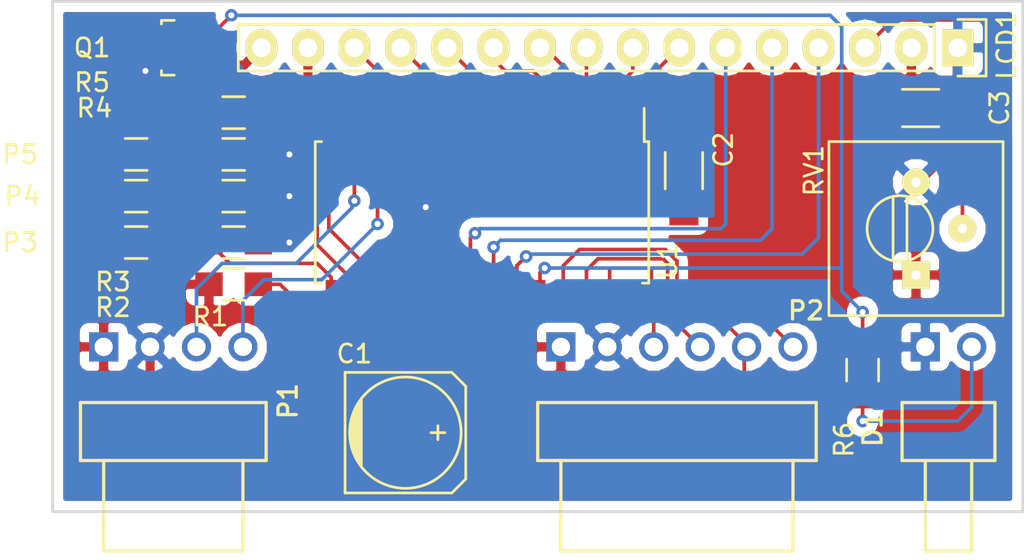
<source format=kicad_pcb>
(kicad_pcb (version 4) (host pcbnew 4.0.2-stable)

  (general
    (links 54)
    (no_connects 0)
    (area 144.54481 88.776199 197.952 119.732001)
    (thickness 1.6)
    (drawings 4)
    (tracks 178)
    (zones 0)
    (modules 19)
    (nets 31)
  )

  (page A4)
  (layers
    (0 F.Cu signal)
    (31 B.Cu signal)
    (32 B.Adhes user)
    (33 F.Adhes user)
    (34 B.Paste user)
    (35 F.Paste user)
    (36 B.SilkS user)
    (37 F.SilkS user)
    (38 B.Mask user)
    (39 F.Mask user)
    (40 Dwgs.User user)
    (41 Cmts.User user)
    (42 Eco1.User user)
    (43 Eco2.User user)
    (44 Edge.Cuts user)
    (45 Margin user)
    (46 B.CrtYd user)
    (47 F.CrtYd user)
    (48 B.Fab user)
    (49 F.Fab user)
  )

  (setup
    (last_trace_width 0.1524)
    (trace_clearance 0.1524)
    (zone_clearance 0.508)
    (zone_45_only no)
    (trace_min 0.1524)
    (segment_width 0.2)
    (edge_width 0.15)
    (via_size 0.6858)
    (via_drill 0.3302)
    (via_min_size 0.6858)
    (via_min_drill 0.3302)
    (uvia_size 0.762)
    (uvia_drill 0.508)
    (uvias_allowed no)
    (uvia_min_size 0.2)
    (uvia_min_drill 0.1)
    (pcb_text_width 0.3)
    (pcb_text_size 1.5 1.5)
    (mod_edge_width 0.15)
    (mod_text_size 1 1)
    (mod_text_width 0.15)
    (pad_size 1.524 1.524)
    (pad_drill 0.762)
    (pad_to_mask_clearance 0.2)
    (aux_axis_origin 144.78 116.84)
    (grid_origin 144.78 116.84)
    (visible_elements 7FFFFFFF)
    (pcbplotparams
      (layerselection 0x00030_80000001)
      (usegerberextensions false)
      (excludeedgelayer true)
      (linewidth 0.100000)
      (plotframeref false)
      (viasonmask false)
      (mode 1)
      (useauxorigin false)
      (hpglpennumber 1)
      (hpglpenspeed 20)
      (hpglpendiameter 15)
      (hpglpenoverlay 2)
      (psnegative false)
      (psa4output false)
      (plotreference true)
      (plotvalue true)
      (plotinvisibletext false)
      (padsonsilk false)
      (subtractmaskfromsilk false)
      (outputformat 1)
      (mirror false)
      (drillshape 1)
      (scaleselection 1)
      (outputdirectory ""))
  )

  (net 0 "")
  (net 1 GND)
  (net 2 +5V)
  (net 3 "Net-(LCD1-Pad3)")
  (net 4 "Net-(LCD1-Pad4)")
  (net 5 "Net-(LCD1-Pad5)")
  (net 6 "Net-(LCD1-Pad6)")
  (net 7 "Net-(LCD1-Pad7)")
  (net 8 "Net-(LCD1-Pad8)")
  (net 9 "Net-(LCD1-Pad9)")
  (net 10 "Net-(LCD1-Pad10)")
  (net 11 "Net-(LCD1-Pad11)")
  (net 12 "Net-(LCD1-Pad12)")
  (net 13 "Net-(LCD1-Pad13)")
  (net 14 "Net-(LCD1-Pad14)")
  (net 15 "Net-(LCD1-Pad15)")
  (net 16 "Net-(LCD1-Pad16)")
  (net 17 "Net-(P1-Pad3)")
  (net 18 "Net-(P1-Pad4)")
  (net 19 "Net-(P3-Pad2)")
  (net 20 "Net-(P5-Pad2)")
  (net 21 "Net-(Q1-Pad2)")
  (net 22 "Net-(R1-Pad2)")
  (net 23 "Net-(U1-Pad19)")
  (net 24 "Net-(U1-Pad20)")
  (net 25 "Net-(D1-Pad2)")
  (net 26 "Net-(P4-Pad2)")
  (net 27 "Net-(P2-Pad6)")
  (net 28 "Net-(P2-Pad5)")
  (net 29 "Net-(P2-Pad4)")
  (net 30 "Net-(P2-Pad3)")

  (net_class Default "This is the default net class."
    (clearance 0.1524)
    (trace_width 0.1524)
    (via_dia 0.6858)
    (via_drill 0.3302)
    (uvia_dia 0.762)
    (uvia_drill 0.508)
  )

  (net_class power ""
    (clearance 0.2)
    (trace_width 0.5)
    (via_dia 0.6858)
    (via_drill 0.3302)
    (uvia_dia 0.762)
    (uvia_drill 0.508)
    (add_net +5V)
    (add_net GND)
    (add_net "Net-(LCD1-Pad15)")
    (add_net "Net-(LCD1-Pad16)")
  )

  (net_class signal ""
    (clearance 0.2)
    (trace_width 0.2)
    (via_dia 0.6858)
    (via_drill 0.3302)
    (uvia_dia 0.762)
    (uvia_drill 0.508)
    (add_net "Net-(D1-Pad2)")
    (add_net "Net-(LCD1-Pad10)")
    (add_net "Net-(LCD1-Pad11)")
    (add_net "Net-(LCD1-Pad12)")
    (add_net "Net-(LCD1-Pad13)")
    (add_net "Net-(LCD1-Pad14)")
    (add_net "Net-(LCD1-Pad3)")
    (add_net "Net-(LCD1-Pad4)")
    (add_net "Net-(LCD1-Pad5)")
    (add_net "Net-(LCD1-Pad6)")
    (add_net "Net-(LCD1-Pad7)")
    (add_net "Net-(LCD1-Pad8)")
    (add_net "Net-(LCD1-Pad9)")
    (add_net "Net-(P1-Pad3)")
    (add_net "Net-(P1-Pad4)")
    (add_net "Net-(P2-Pad3)")
    (add_net "Net-(P2-Pad4)")
    (add_net "Net-(P2-Pad5)")
    (add_net "Net-(P2-Pad6)")
    (add_net "Net-(P3-Pad2)")
    (add_net "Net-(P4-Pad2)")
    (add_net "Net-(P5-Pad2)")
    (add_net "Net-(Q1-Pad2)")
    (add_net "Net-(R1-Pad2)")
    (add_net "Net-(U1-Pad19)")
    (add_net "Net-(U1-Pad20)")
  )

  (module Pin_Headers:Pin_Header_Straight_1x16 (layer F.Cu) (tedit 58029D52) (tstamp 57E6E143)
    (at 194.31 91.44 270)
    (descr "Through hole pin header")
    (tags "pin header")
    (path /57A8E942)
    (fp_text reference LCD1 (at -0.127 -2.667 450) (layer F.SilkS)
      (effects (font (size 1 1) (thickness 0.15)))
    )
    (fp_text value LCD_display (at 2.413 9.652 360) (layer F.Fab)
      (effects (font (size 1 1) (thickness 0.15)))
    )
    (fp_line (start -1.75 -1.75) (end -1.75 39.85) (layer F.CrtYd) (width 0.05))
    (fp_line (start 1.75 -1.75) (end 1.75 39.85) (layer F.CrtYd) (width 0.05))
    (fp_line (start -1.75 -1.75) (end 1.75 -1.75) (layer F.CrtYd) (width 0.05))
    (fp_line (start -1.75 39.85) (end 1.75 39.85) (layer F.CrtYd) (width 0.05))
    (fp_line (start -1.27 1.27) (end -1.27 39.37) (layer F.SilkS) (width 0.15))
    (fp_line (start -1.27 39.37) (end 1.27 39.37) (layer F.SilkS) (width 0.15))
    (fp_line (start 1.27 39.37) (end 1.27 1.27) (layer F.SilkS) (width 0.15))
    (fp_line (start 1.55 -1.55) (end 1.55 0) (layer F.SilkS) (width 0.15))
    (fp_line (start 1.27 1.27) (end -1.27 1.27) (layer F.SilkS) (width 0.15))
    (fp_line (start -1.55 0) (end -1.55 -1.55) (layer F.SilkS) (width 0.15))
    (fp_line (start -1.55 -1.55) (end 1.55 -1.55) (layer F.SilkS) (width 0.15))
    (pad 1 thru_hole rect (at 0 0 270) (size 2.032 1.7272) (drill 1.016) (layers *.Cu *.Mask F.SilkS)
      (net 1 GND))
    (pad 2 thru_hole oval (at 0 2.54 270) (size 2.032 1.7272) (drill 1.016) (layers *.Cu *.Mask F.SilkS)
      (net 2 +5V))
    (pad 3 thru_hole oval (at 0 5.08 270) (size 2.032 1.7272) (drill 1.016) (layers *.Cu *.Mask F.SilkS)
      (net 3 "Net-(LCD1-Pad3)"))
    (pad 4 thru_hole oval (at 0 7.62 270) (size 2.032 1.7272) (drill 1.016) (layers *.Cu *.Mask F.SilkS)
      (net 4 "Net-(LCD1-Pad4)"))
    (pad 5 thru_hole oval (at 0 10.16 270) (size 2.032 1.7272) (drill 1.016) (layers *.Cu *.Mask F.SilkS)
      (net 5 "Net-(LCD1-Pad5)"))
    (pad 6 thru_hole oval (at 0 12.7 270) (size 2.032 1.7272) (drill 1.016) (layers *.Cu *.Mask F.SilkS)
      (net 6 "Net-(LCD1-Pad6)"))
    (pad 7 thru_hole oval (at 0 15.24 270) (size 2.032 1.7272) (drill 1.016) (layers *.Cu *.Mask F.SilkS)
      (net 7 "Net-(LCD1-Pad7)"))
    (pad 8 thru_hole oval (at 0 17.78 270) (size 2.032 1.7272) (drill 1.016) (layers *.Cu *.Mask F.SilkS)
      (net 8 "Net-(LCD1-Pad8)"))
    (pad 9 thru_hole oval (at 0 20.32 270) (size 2.032 1.7272) (drill 1.016) (layers *.Cu *.Mask F.SilkS)
      (net 9 "Net-(LCD1-Pad9)"))
    (pad 10 thru_hole oval (at 0 22.86 270) (size 2.032 1.7272) (drill 1.016) (layers *.Cu *.Mask F.SilkS)
      (net 10 "Net-(LCD1-Pad10)"))
    (pad 11 thru_hole oval (at 0 25.4 270) (size 2.032 1.7272) (drill 1.016) (layers *.Cu *.Mask F.SilkS)
      (net 11 "Net-(LCD1-Pad11)"))
    (pad 12 thru_hole oval (at 0 27.94 270) (size 2.032 1.7272) (drill 1.016) (layers *.Cu *.Mask F.SilkS)
      (net 12 "Net-(LCD1-Pad12)"))
    (pad 13 thru_hole oval (at 0 30.48 270) (size 2.032 1.7272) (drill 1.016) (layers *.Cu *.Mask F.SilkS)
      (net 13 "Net-(LCD1-Pad13)"))
    (pad 14 thru_hole oval (at 0 33.02 270) (size 2.032 1.7272) (drill 1.016) (layers *.Cu *.Mask F.SilkS)
      (net 14 "Net-(LCD1-Pad14)"))
    (pad 15 thru_hole oval (at 0 35.56 270) (size 2.032 1.7272) (drill 1.016) (layers *.Cu *.Mask F.SilkS)
      (net 15 "Net-(LCD1-Pad15)"))
    (pad 16 thru_hole oval (at 0 38.1 270) (size 2.032 1.7272) (drill 1.016) (layers *.Cu *.Mask F.SilkS)
      (net 16 "Net-(LCD1-Pad16)"))
    (model Pin_Headers.3dshapes/Pin_Header_Straight_1x16.wrl
      (at (xyz 0 -0.75 0))
      (scale (xyz 1 1 1))
      (rotate (xyz 0 0 90))
    )
  )

  (module Resistors_SMD:R_0805_HandSoldering (layer F.Cu) (tedit 5807C2F7) (tstamp 57E6E157)
    (at 149.352 102.108)
    (descr "Resistor SMD 0805, hand soldering")
    (tags "resistor 0805")
    (path /57E6D4F2)
    (attr smd)
    (fp_text reference P3 (at -6.35 0) (layer F.SilkS)
      (effects (font (size 1 1) (thickness 0.15)))
    )
    (fp_text value A0 (at -3.429 0) (layer F.Fab)
      (effects (font (size 1 1) (thickness 0.15)))
    )
    (fp_line (start -2.4 -1) (end 2.4 -1) (layer F.CrtYd) (width 0.05))
    (fp_line (start -2.4 1) (end 2.4 1) (layer F.CrtYd) (width 0.05))
    (fp_line (start -2.4 -1) (end -2.4 1) (layer F.CrtYd) (width 0.05))
    (fp_line (start 2.4 -1) (end 2.4 1) (layer F.CrtYd) (width 0.05))
    (fp_line (start 0.6 0.875) (end -0.6 0.875) (layer F.SilkS) (width 0.15))
    (fp_line (start -0.6 -0.875) (end 0.6 -0.875) (layer F.SilkS) (width 0.15))
    (pad 1 smd rect (at -1.35 0) (size 1.5 1.3) (layers F.Cu F.Paste F.Mask)
      (net 2 +5V))
    (pad 2 smd rect (at 1.35 0) (size 1.5 1.3) (layers F.Cu F.Paste F.Mask)
      (net 19 "Net-(P3-Pad2)"))
    (model Resistors_SMD.3dshapes/R_0805_HandSoldering.wrl
      (at (xyz 0 0 0))
      (scale (xyz 1 1 1))
      (rotate (xyz 0 0 0))
    )
  )

  (module Resistors_SMD:R_0805_HandSoldering (layer F.Cu) (tedit 5807C2F2) (tstamp 57E6E167)
    (at 149.352 97.282)
    (descr "Resistor SMD 0805, hand soldering")
    (tags "resistor 0805")
    (path /57E6D57C)
    (attr smd)
    (fp_text reference P5 (at -6.35 0) (layer F.SilkS)
      (effects (font (size 1 1) (thickness 0.15)))
    )
    (fp_text value A2 (at -3.429 0) (layer F.Fab)
      (effects (font (size 1 1) (thickness 0.15)))
    )
    (fp_line (start -2.4 -1) (end 2.4 -1) (layer F.CrtYd) (width 0.05))
    (fp_line (start -2.4 1) (end 2.4 1) (layer F.CrtYd) (width 0.05))
    (fp_line (start -2.4 -1) (end -2.4 1) (layer F.CrtYd) (width 0.05))
    (fp_line (start 2.4 -1) (end 2.4 1) (layer F.CrtYd) (width 0.05))
    (fp_line (start 0.6 0.875) (end -0.6 0.875) (layer F.SilkS) (width 0.15))
    (fp_line (start -0.6 -0.875) (end 0.6 -0.875) (layer F.SilkS) (width 0.15))
    (pad 1 smd rect (at -1.35 0) (size 1.5 1.3) (layers F.Cu F.Paste F.Mask)
      (net 2 +5V))
    (pad 2 smd rect (at 1.35 0) (size 1.5 1.3) (layers F.Cu F.Paste F.Mask)
      (net 20 "Net-(P5-Pad2)"))
    (model Resistors_SMD.3dshapes/R_0805_HandSoldering.wrl
      (at (xyz 0 0 0))
      (scale (xyz 1 1 1))
      (rotate (xyz 0 0 0))
    )
  )

  (module TO_SOT_Packages_SMD:SOT-23_Handsoldering (layer F.Cu) (tedit 58029DAD) (tstamp 57E6E16E)
    (at 151.384 91.44 90)
    (descr "SOT-23, Handsoldering")
    (tags SOT-23)
    (path /57A8F1D3)
    (attr smd)
    (fp_text reference Q1 (at 0 -4.445 180) (layer F.SilkS)
      (effects (font (size 1 1) (thickness 0.15)))
    )
    (fp_text value 2N7002 (at 1.524 -2.54 180) (layer F.Fab)
      (effects (font (size 1 1) (thickness 0.15)))
    )
    (fp_line (start -1.49982 0.0508) (end -1.49982 -0.65024) (layer F.SilkS) (width 0.15))
    (fp_line (start -1.49982 -0.65024) (end -1.2509 -0.65024) (layer F.SilkS) (width 0.15))
    (fp_line (start 1.29916 -0.65024) (end 1.49982 -0.65024) (layer F.SilkS) (width 0.15))
    (fp_line (start 1.49982 -0.65024) (end 1.49982 0.0508) (layer F.SilkS) (width 0.15))
    (pad 1 smd rect (at -0.95 1.50114 90) (size 0.8001 1.80086) (layers F.Cu F.Paste F.Mask)
      (net 16 "Net-(LCD1-Pad16)"))
    (pad 2 smd rect (at 0.95 1.50114 90) (size 0.8001 1.80086) (layers F.Cu F.Paste F.Mask)
      (net 21 "Net-(Q1-Pad2)"))
    (pad 3 smd rect (at 0 -1.50114 90) (size 0.8001 1.80086) (layers F.Cu F.Paste F.Mask)
      (net 1 GND))
    (model TO_SOT_Packages_SMD.3dshapes/SOT-23_Handsoldering.wrl
      (at (xyz 0 0 0))
      (scale (xyz 1 1 1))
      (rotate (xyz 0 0 0))
    )
  )

  (module Resistors_SMD:R_0805_HandSoldering (layer F.Cu) (tedit 5807C303) (tstamp 57E6E174)
    (at 154.686 104.394)
    (descr "Resistor SMD 0805, hand soldering")
    (tags "resistor 0805")
    (path /57A8EF8B)
    (attr smd)
    (fp_text reference R1 (at -1.27 1.778) (layer F.SilkS)
      (effects (font (size 1 1) (thickness 0.15)))
    )
    (fp_text value 10K (at 1.524 1.778) (layer F.Fab)
      (effects (font (size 1 1) (thickness 0.15)))
    )
    (fp_line (start -2.4 -1) (end 2.4 -1) (layer F.CrtYd) (width 0.05))
    (fp_line (start -2.4 1) (end 2.4 1) (layer F.CrtYd) (width 0.05))
    (fp_line (start -2.4 -1) (end -2.4 1) (layer F.CrtYd) (width 0.05))
    (fp_line (start 2.4 -1) (end 2.4 1) (layer F.CrtYd) (width 0.05))
    (fp_line (start 0.6 0.875) (end -0.6 0.875) (layer F.SilkS) (width 0.15))
    (fp_line (start -0.6 -0.875) (end 0.6 -0.875) (layer F.SilkS) (width 0.15))
    (pad 1 smd rect (at -1.35 0) (size 1.5 1.3) (layers F.Cu F.Paste F.Mask)
      (net 2 +5V))
    (pad 2 smd rect (at 1.35 0) (size 1.5 1.3) (layers F.Cu F.Paste F.Mask)
      (net 22 "Net-(R1-Pad2)"))
    (model Resistors_SMD.3dshapes/R_0805_HandSoldering.wrl
      (at (xyz 0 0 0))
      (scale (xyz 1 1 1))
      (rotate (xyz 0 0 0))
    )
  )

  (module Resistors_SMD:R_0805_HandSoldering (layer F.Cu) (tedit 58029DD1) (tstamp 57E6E17A)
    (at 154.686 102.108)
    (descr "Resistor SMD 0805, hand soldering")
    (tags "resistor 0805")
    (path /57AE375B)
    (attr smd)
    (fp_text reference R2 (at -6.604 3.556) (layer F.SilkS)
      (effects (font (size 1 1) (thickness 0.15)))
    )
    (fp_text value 10K (at -3.937 3.556) (layer F.Fab)
      (effects (font (size 1 1) (thickness 0.15)))
    )
    (fp_line (start -2.4 -1) (end 2.4 -1) (layer F.CrtYd) (width 0.05))
    (fp_line (start -2.4 1) (end 2.4 1) (layer F.CrtYd) (width 0.05))
    (fp_line (start -2.4 -1) (end -2.4 1) (layer F.CrtYd) (width 0.05))
    (fp_line (start 2.4 -1) (end 2.4 1) (layer F.CrtYd) (width 0.05))
    (fp_line (start 0.6 0.875) (end -0.6 0.875) (layer F.SilkS) (width 0.15))
    (fp_line (start -0.6 -0.875) (end 0.6 -0.875) (layer F.SilkS) (width 0.15))
    (pad 1 smd rect (at -1.35 0) (size 1.5 1.3) (layers F.Cu F.Paste F.Mask)
      (net 19 "Net-(P3-Pad2)"))
    (pad 2 smd rect (at 1.35 0) (size 1.5 1.3) (layers F.Cu F.Paste F.Mask)
      (net 1 GND))
    (model Resistors_SMD.3dshapes/R_0805_HandSoldering.wrl
      (at (xyz 0 0 0))
      (scale (xyz 1 1 1))
      (rotate (xyz 0 0 0))
    )
  )

  (module Resistors_SMD:R_0805_HandSoldering (layer F.Cu) (tedit 58029DEA) (tstamp 57E6E180)
    (at 154.686 99.568)
    (descr "Resistor SMD 0805, hand soldering")
    (tags "resistor 0805")
    (path /57AE367C)
    (attr smd)
    (fp_text reference R3 (at -6.604 4.699) (layer F.SilkS)
      (effects (font (size 1 1) (thickness 0.15)))
    )
    (fp_text value 10K (at -4.064 4.699) (layer F.Fab)
      (effects (font (size 1 1) (thickness 0.15)))
    )
    (fp_line (start -2.4 -1) (end 2.4 -1) (layer F.CrtYd) (width 0.05))
    (fp_line (start -2.4 1) (end 2.4 1) (layer F.CrtYd) (width 0.05))
    (fp_line (start -2.4 -1) (end -2.4 1) (layer F.CrtYd) (width 0.05))
    (fp_line (start 2.4 -1) (end 2.4 1) (layer F.CrtYd) (width 0.05))
    (fp_line (start 0.6 0.875) (end -0.6 0.875) (layer F.SilkS) (width 0.15))
    (fp_line (start -0.6 -0.875) (end 0.6 -0.875) (layer F.SilkS) (width 0.15))
    (pad 1 smd rect (at -1.35 0) (size 1.5 1.3) (layers F.Cu F.Paste F.Mask)
      (net 26 "Net-(P4-Pad2)"))
    (pad 2 smd rect (at 1.35 0) (size 1.5 1.3) (layers F.Cu F.Paste F.Mask)
      (net 1 GND))
    (model Resistors_SMD.3dshapes/R_0805_HandSoldering.wrl
      (at (xyz 0 0 0))
      (scale (xyz 1 1 1))
      (rotate (xyz 0 0 0))
    )
  )

  (module Resistors_SMD:R_0805_HandSoldering (layer F.Cu) (tedit 5807C2E6) (tstamp 57E6E186)
    (at 154.686 97.282)
    (descr "Resistor SMD 0805, hand soldering")
    (tags "resistor 0805")
    (path /57AE3711)
    (attr smd)
    (fp_text reference R4 (at -7.62 -2.54) (layer F.SilkS)
      (effects (font (size 1 1) (thickness 0.15)))
    )
    (fp_text value 10K (at -5.207 -2.54) (layer F.Fab)
      (effects (font (size 1 1) (thickness 0.15)))
    )
    (fp_line (start -2.4 -1) (end 2.4 -1) (layer F.CrtYd) (width 0.05))
    (fp_line (start -2.4 1) (end 2.4 1) (layer F.CrtYd) (width 0.05))
    (fp_line (start -2.4 -1) (end -2.4 1) (layer F.CrtYd) (width 0.05))
    (fp_line (start 2.4 -1) (end 2.4 1) (layer F.CrtYd) (width 0.05))
    (fp_line (start 0.6 0.875) (end -0.6 0.875) (layer F.SilkS) (width 0.15))
    (fp_line (start -0.6 -0.875) (end 0.6 -0.875) (layer F.SilkS) (width 0.15))
    (pad 1 smd rect (at -1.35 0) (size 1.5 1.3) (layers F.Cu F.Paste F.Mask)
      (net 20 "Net-(P5-Pad2)"))
    (pad 2 smd rect (at 1.35 0) (size 1.5 1.3) (layers F.Cu F.Paste F.Mask)
      (net 1 GND))
    (model Resistors_SMD.3dshapes/R_0805_HandSoldering.wrl
      (at (xyz 0 0 0))
      (scale (xyz 1 1 1))
      (rotate (xyz 0 0 0))
    )
  )

  (module Resistors_SMD:R_0805_HandSoldering (layer F.Cu) (tedit 5807C2DF) (tstamp 57E6E18C)
    (at 154.686 94.996 180)
    (descr "Resistor SMD 0805, hand soldering")
    (tags "resistor 0805")
    (path /57E6F247)
    (attr smd)
    (fp_text reference R5 (at 7.747 1.651 180) (layer F.SilkS)
      (effects (font (size 1 1) (thickness 0.15)))
    )
    (fp_text value 100R (at 4.826 1.778 180) (layer F.Fab)
      (effects (font (size 1 1) (thickness 0.15)))
    )
    (fp_line (start -2.4 -1) (end 2.4 -1) (layer F.CrtYd) (width 0.05))
    (fp_line (start -2.4 1) (end 2.4 1) (layer F.CrtYd) (width 0.05))
    (fp_line (start -2.4 -1) (end -2.4 1) (layer F.CrtYd) (width 0.05))
    (fp_line (start 2.4 -1) (end 2.4 1) (layer F.CrtYd) (width 0.05))
    (fp_line (start 0.6 0.875) (end -0.6 0.875) (layer F.SilkS) (width 0.15))
    (fp_line (start -0.6 -0.875) (end 0.6 -0.875) (layer F.SilkS) (width 0.15))
    (pad 1 smd rect (at -1.35 0 180) (size 1.5 1.3) (layers F.Cu F.Paste F.Mask)
      (net 15 "Net-(LCD1-Pad15)"))
    (pad 2 smd rect (at 1.35 0 180) (size 1.5 1.3) (layers F.Cu F.Paste F.Mask)
      (net 2 +5V))
    (model Resistors_SMD.3dshapes/R_0805_HandSoldering.wrl
      (at (xyz 0 0 0))
      (scale (xyz 1 1 1))
      (rotate (xyz 0 0 0))
    )
  )

  (module Resistors_SMD:R_0805_HandSoldering (layer F.Cu) (tedit 5807C2AD) (tstamp 57E6E870)
    (at 189.103 109.093 270)
    (descr "Resistor SMD 0805, hand soldering")
    (tags "resistor 0805")
    (path /57E6EF77)
    (attr smd)
    (fp_text reference R6 (at 3.81 1.016 270) (layer F.SilkS)
      (effects (font (size 1 1) (thickness 0.15)))
    )
    (fp_text value 1K (at 6.096 1.143 270) (layer F.Fab)
      (effects (font (size 1 1) (thickness 0.15)))
    )
    (fp_line (start -2.4 -1) (end 2.4 -1) (layer F.CrtYd) (width 0.05))
    (fp_line (start -2.4 1) (end 2.4 1) (layer F.CrtYd) (width 0.05))
    (fp_line (start -2.4 -1) (end -2.4 1) (layer F.CrtYd) (width 0.05))
    (fp_line (start 2.4 -1) (end 2.4 1) (layer F.CrtYd) (width 0.05))
    (fp_line (start 0.6 0.875) (end -0.6 0.875) (layer F.SilkS) (width 0.15))
    (fp_line (start -0.6 -0.875) (end 0.6 -0.875) (layer F.SilkS) (width 0.15))
    (pad 1 smd rect (at -1.35 0 270) (size 1.5 1.3) (layers F.Cu F.Paste F.Mask)
      (net 21 "Net-(Q1-Pad2)"))
    (pad 2 smd rect (at 1.35 0 270) (size 1.5 1.3) (layers F.Cu F.Paste F.Mask)
      (net 25 "Net-(D1-Pad2)"))
    (model Resistors_SMD.3dshapes/R_0805_HandSoldering.wrl
      (at (xyz 0 0 0))
      (scale (xyz 1 1 1))
      (rotate (xyz 0 0 0))
    )
  )

  (module Capacitors_SMD:c_elec_6.3x7.7 (layer F.Cu) (tedit 5807C268) (tstamp 57E6E978)
    (at 164.084 112.522)
    (descr "SMT capacitor, aluminium electrolytic, 6.3x7.7")
    (path /57E6E618)
    (attr smd)
    (fp_text reference C1 (at -2.794 -4.318 180) (layer F.SilkS)
      (effects (font (size 1 1) (thickness 0.15)))
    )
    (fp_text value 47uF (at 3.048 -4.318 180) (layer F.Fab)
      (effects (font (size 1 1) (thickness 0.15)))
    )
    (fp_line (start -4.85 -3.55) (end 4.85 -3.55) (layer F.CrtYd) (width 0.05))
    (fp_line (start 4.85 -3.55) (end 4.85 3.55) (layer F.CrtYd) (width 0.05))
    (fp_line (start 4.85 3.55) (end -4.85 3.55) (layer F.CrtYd) (width 0.05))
    (fp_line (start -4.85 3.55) (end -4.85 -3.55) (layer F.CrtYd) (width 0.05))
    (fp_line (start -2.921 -0.762) (end -2.921 0.762) (layer F.SilkS) (width 0.15))
    (fp_line (start -2.794 1.143) (end -2.794 -1.143) (layer F.SilkS) (width 0.15))
    (fp_line (start -2.667 -1.397) (end -2.667 1.397) (layer F.SilkS) (width 0.15))
    (fp_line (start -2.54 1.651) (end -2.54 -1.651) (layer F.SilkS) (width 0.15))
    (fp_line (start -2.413 -1.778) (end -2.413 1.778) (layer F.SilkS) (width 0.15))
    (fp_line (start -3.302 -3.302) (end -3.302 3.302) (layer F.SilkS) (width 0.15))
    (fp_line (start -3.302 3.302) (end 2.54 3.302) (layer F.SilkS) (width 0.15))
    (fp_line (start 2.54 3.302) (end 3.302 2.54) (layer F.SilkS) (width 0.15))
    (fp_line (start 3.302 2.54) (end 3.302 -2.54) (layer F.SilkS) (width 0.15))
    (fp_line (start 3.302 -2.54) (end 2.54 -3.302) (layer F.SilkS) (width 0.15))
    (fp_line (start 2.54 -3.302) (end -3.302 -3.302) (layer F.SilkS) (width 0.15))
    (fp_line (start 2.159 0) (end 1.397 0) (layer F.SilkS) (width 0.15))
    (fp_line (start 1.778 -0.381) (end 1.778 0.381) (layer F.SilkS) (width 0.15))
    (fp_circle (center 0 0) (end -3.048 0) (layer F.SilkS) (width 0.15))
    (pad 1 smd rect (at 2.75082 0) (size 3.59918 1.6002) (layers F.Cu F.Paste F.Mask)
      (net 2 +5V))
    (pad 2 smd rect (at -2.75082 0) (size 3.59918 1.6002) (layers F.Cu F.Paste F.Mask)
      (net 1 GND))
    (model Capacitors_SMD.3dshapes/c_elec_6.3x7.7.wrl
      (at (xyz 0 0 0))
      (scale (xyz 1 1 1))
      (rotate (xyz 0 0 0))
    )
  )

  (module Capacitors_SMD:C_1206_HandSoldering (layer F.Cu) (tedit 580293D2) (tstamp 57E6E97E)
    (at 179.324 98.171 270)
    (descr "Capacitor SMD 1206, hand soldering")
    (tags "capacitor 1206")
    (path /57E6E6C9)
    (attr smd)
    (fp_text reference C2 (at -1.143 -2.159 450) (layer F.SilkS)
      (effects (font (size 1 1) (thickness 0.15)))
    )
    (fp_text value 100n (at 2.159 -2.159 270) (layer F.Fab)
      (effects (font (size 1 1) (thickness 0.15)))
    )
    (fp_line (start -3.3 -1.15) (end 3.3 -1.15) (layer F.CrtYd) (width 0.05))
    (fp_line (start -3.3 1.15) (end 3.3 1.15) (layer F.CrtYd) (width 0.05))
    (fp_line (start -3.3 -1.15) (end -3.3 1.15) (layer F.CrtYd) (width 0.05))
    (fp_line (start 3.3 -1.15) (end 3.3 1.15) (layer F.CrtYd) (width 0.05))
    (fp_line (start 1 -1.025) (end -1 -1.025) (layer F.SilkS) (width 0.15))
    (fp_line (start -1 1.025) (end 1 1.025) (layer F.SilkS) (width 0.15))
    (pad 1 smd rect (at -2 0 270) (size 2 1.6) (layers F.Cu F.Paste F.Mask)
      (net 2 +5V))
    (pad 2 smd rect (at 2 0 270) (size 2 1.6) (layers F.Cu F.Paste F.Mask)
      (net 1 GND))
    (model Capacitors_SMD.3dshapes/C_1206_HandSoldering.wrl
      (at (xyz 0 0 0))
      (scale (xyz 1 1 1))
      (rotate (xyz 0 0 0))
    )
  )

  (module conn-header:MOLEX-22-05-3021 (layer F.Cu) (tedit 5807C2C5) (tstamp 5802859F)
    (at 193.802 107.823 180)
    (descr "Molex KK-7478 - 100mil pitch - Single Row, Right Angle w/Lock - 2 pos.")
    (tags "Header 100mil Right Angle Through Hole")
    (path /57E6E8EA)
    (fp_text reference D1 (at 3.556 -5.588 450) (layer F.SilkS)
      (effects (font (size 1 1) (thickness 0.18)) (justify left bottom))
    )
    (fp_text value LED (at 3.937 -7.239 270) (layer F.SilkS) hide
      (effects (font (size 1 1) (thickness 0.18)))
    )
    (fp_line (start -3.048 -11.684) (end 3.048 -11.684) (layer F.CrtYd) (width 0.05))
    (fp_line (start 3.048 -11.684) (end 3.048 0.889) (layer F.CrtYd) (width 0.05))
    (fp_line (start 3.048 0.889) (end -3.048 0.889) (layer F.CrtYd) (width 0.05))
    (fp_line (start -3.048 0.889) (end -3.048 -11.684) (layer F.CrtYd) (width 0.05))
    (fp_line (start -2.54 -6.223) (end -2.54 -3.048) (layer F.SilkS) (width 0.18))
    (fp_line (start -2.54 -3.048) (end 2.54 -3.048) (layer F.SilkS) (width 0.18))
    (fp_line (start 2.54 -3.048) (end 2.54 -6.223) (layer F.SilkS) (width 0.18))
    (fp_line (start 2.54 -6.223) (end -2.54 -6.223) (layer F.SilkS) (width 0.18))
    (fp_line (start -1.27 -6.223) (end -1.27 -11.176) (layer F.SilkS) (width 0.18))
    (fp_line (start 1.27 -6.223) (end 1.27 -11.176) (layer F.SilkS) (width 0.18))
    (fp_line (start -1.27 -11.176) (end 1.27 -11.176) (layer F.SilkS) (width 0.18))
    (fp_line (start -1.27 -3.048) (end -1.27 0) (layer Dwgs.User) (width 0.4))
    (fp_line (start 1.27 -3.048) (end 1.27 0) (layer Dwgs.User) (width 0.4))
    (pad 1 thru_hole rect (at 1.27 0 180) (size 1.6 1.6) (drill 1) (layers *.Cu *.Mask)
      (net 1 GND))
    (pad 2 thru_hole circle (at -1.27 0 180) (size 1.6 1.6) (drill 1) (layers *.Cu *.Mask)
      (net 25 "Net-(D1-Pad2)"))
  )

  (module conn-header:MOLEX-22-05-3041 (layer F.Cu) (tedit 5807C27B) (tstamp 580285A4)
    (at 151.384 107.823 180)
    (descr "Molex KK-7478 - 100mil pitch - Single Row, Right Angle w/Lock - 4 pos.")
    (tags "Header 100mil Right Angle Through Hole")
    (path /57A8FD47)
    (fp_text reference P1 (at -6.858 -4.064 450) (layer F.SilkS)
      (effects (font (size 1 1) (thickness 0.18)) (justify left bottom))
    )
    (fp_text value I2C (at -6.35 -6.35 270) (layer F.SilkS) hide
      (effects (font (size 1 1) (thickness 0.18)))
    )
    (fp_line (start -5.588 -11.684) (end 5.588 -11.684) (layer F.CrtYd) (width 0.05))
    (fp_line (start 5.588 -11.684) (end 5.588 0.889) (layer F.CrtYd) (width 0.05))
    (fp_line (start 5.588 0.889) (end -5.588 0.889) (layer F.CrtYd) (width 0.05))
    (fp_line (start -5.588 0.889) (end -5.588 -11.684) (layer F.CrtYd) (width 0.05))
    (fp_line (start -5.08 -6.223) (end -5.08 -3.048) (layer F.SilkS) (width 0.18))
    (fp_line (start -5.08 -3.048) (end 5.08 -3.048) (layer F.SilkS) (width 0.18))
    (fp_line (start 5.08 -3.048) (end 5.08 -6.223) (layer F.SilkS) (width 0.18))
    (fp_line (start 5.08 -6.223) (end -5.08 -6.223) (layer F.SilkS) (width 0.18))
    (fp_line (start -3.81 -6.223) (end -3.81 -11.176) (layer F.SilkS) (width 0.18))
    (fp_line (start 3.81 -6.223) (end 3.81 -11.176) (layer F.SilkS) (width 0.18))
    (fp_line (start 3.81 -11.176) (end -3.81 -11.176) (layer F.SilkS) (width 0.18))
    (fp_line (start 1.27 -3.048) (end 1.27 0) (layer Dwgs.User) (width 0.4))
    (fp_line (start 3.81 -3.048) (end 3.81 0) (layer Dwgs.User) (width 0.4))
    (fp_line (start -1.27 -3.048) (end -1.27 0) (layer Dwgs.User) (width 0.4))
    (fp_line (start -3.81 -3.048) (end -3.81 0) (layer Dwgs.User) (width 0.4))
    (pad 1 thru_hole rect (at 3.81 0 180) (size 1.6 1.6) (drill 1) (layers *.Cu *.Mask)
      (net 2 +5V))
    (pad 2 thru_hole circle (at 1.27 0 180) (size 1.6 1.6) (drill 1) (layers *.Cu *.Mask)
      (net 1 GND))
    (pad 3 thru_hole circle (at -1.27 0 180) (size 1.6 1.6) (drill 1) (layers *.Cu *.Mask)
      (net 17 "Net-(P1-Pad3)"))
    (pad 4 thru_hole circle (at -3.81 0 180) (size 1.6 1.6) (drill 1) (layers *.Cu *.Mask)
      (net 18 "Net-(P1-Pad4)"))
  )

  (module Potentiometers:Potentiometer_Trimmer-Suntan-TSR-3386P (layer F.Cu) (tedit 5807C292) (tstamp 580285B4)
    (at 192.024 103.886 90)
    (path /57A8EBE1)
    (fp_text reference RV1 (at 5.715 -5.588 90) (layer F.SilkS)
      (effects (font (size 1 1) (thickness 0.15)))
    )
    (fp_text value 10K (at 1.143 -5.588 90) (layer F.Fab)
      (effects (font (size 1 1) (thickness 0.15)))
    )
    (fp_line (start 0.84 -1.255) (end 4.24 -1.255) (layer F.SilkS) (width 0.15))
    (fp_line (start 0.84 -0.495) (end 4.24 -0.495) (layer F.SilkS) (width 0.15))
    (fp_line (start -2.225 -4.765) (end 7.305 -4.765) (layer F.SilkS) (width 0.15))
    (fp_line (start 7.305 -4.765) (end 7.305 4.765) (layer F.SilkS) (width 0.15))
    (fp_line (start 7.305 4.765) (end -2.225 4.765) (layer F.SilkS) (width 0.15))
    (fp_line (start -2.225 4.765) (end -2.225 -4.765) (layer F.SilkS) (width 0.15))
    (fp_circle (center 2.54 -0.875) (end 4.115 0) (layer F.SilkS) (width 0.15))
    (pad 3 thru_hole circle (at 5.08 0 90) (size 1.51 1.51) (drill 0.51) (layers *.Cu *.Mask F.SilkS)
      (net 1 GND))
    (pad 1 thru_hole rect (at 0 0 90) (size 1.51 1.51) (drill 0.51) (layers *.Cu *.Mask F.SilkS)
      (net 2 +5V))
    (pad 2 thru_hole circle (at 2.54 2.54 90) (size 1.51 1.51) (drill 0.51) (layers *.Cu *.Mask F.SilkS)
      (net 3 "Net-(LCD1-Pad3)"))
  )

  (module Capacitors_SMD:C_1206_HandSoldering (layer F.Cu) (tedit 58029D48) (tstamp 58028A9D)
    (at 192.278 94.742)
    (descr "Capacitor SMD 1206, hand soldering")
    (tags "capacitor 1206")
    (path /58028EFE)
    (attr smd)
    (fp_text reference C3 (at 4.318 0 90) (layer F.SilkS)
      (effects (font (size 1 1) (thickness 0.15)))
    )
    (fp_text value 100n (at -5.334 0.889) (layer F.Fab)
      (effects (font (size 1 1) (thickness 0.15)))
    )
    (fp_line (start -1.6 0.8) (end -1.6 -0.8) (layer F.Fab) (width 0.15))
    (fp_line (start 1.6 0.8) (end -1.6 0.8) (layer F.Fab) (width 0.15))
    (fp_line (start 1.6 -0.8) (end 1.6 0.8) (layer F.Fab) (width 0.15))
    (fp_line (start -1.6 -0.8) (end 1.6 -0.8) (layer F.Fab) (width 0.15))
    (fp_line (start -3.3 -1.15) (end 3.3 -1.15) (layer F.CrtYd) (width 0.05))
    (fp_line (start -3.3 1.15) (end 3.3 1.15) (layer F.CrtYd) (width 0.05))
    (fp_line (start -3.3 -1.15) (end -3.3 1.15) (layer F.CrtYd) (width 0.05))
    (fp_line (start 3.3 -1.15) (end 3.3 1.15) (layer F.CrtYd) (width 0.05))
    (fp_line (start 1 -1.025) (end -1 -1.025) (layer F.SilkS) (width 0.15))
    (fp_line (start -1 1.025) (end 1 1.025) (layer F.SilkS) (width 0.15))
    (pad 1 smd rect (at -2 0) (size 2 1.6) (layers F.Cu F.Paste F.Mask)
      (net 2 +5V))
    (pad 2 smd rect (at 2 0) (size 2 1.6) (layers F.Cu F.Paste F.Mask)
      (net 1 GND))
    (model Capacitors_SMD.3dshapes/C_1206_HandSoldering.wrl
      (at (xyz 0 0 0))
      (scale (xyz 1 1 1))
      (rotate (xyz 0 0 0))
    )
  )

  (module conn-header:MOLEX-22-05-3061 (layer F.Cu) (tedit 5807C2A4) (tstamp 5802971C)
    (at 178.943 107.823 180)
    (descr "Molex KK-7478 - 100mil pitch - Single Row, Right Angle w/Lock - 6 pos.")
    (tags "Header 100mil Right Angle Through Hole")
    (path /57AE2B0E)
    (fp_text reference P2 (at -5.969 1.397 360) (layer F.SilkS)
      (effects (font (size 1 1) (thickness 0.18)) (justify left bottom))
    )
    (fp_text value Keyboard (at -2.413 1.905 180) (layer F.SilkS) hide
      (effects (font (size 1 1) (thickness 0.18)))
    )
    (fp_line (start -8.128 -11.684) (end 8.128 -11.684) (layer F.CrtYd) (width 0.05))
    (fp_line (start 8.128 -11.684) (end 8.128 0.889) (layer F.CrtYd) (width 0.05))
    (fp_line (start 8.128 0.889) (end -8.128 0.889) (layer F.CrtYd) (width 0.05))
    (fp_line (start -8.128 0.889) (end -8.128 -11.684) (layer F.CrtYd) (width 0.05))
    (fp_line (start -7.62 -6.223) (end -7.62 -3.048) (layer F.SilkS) (width 0.18))
    (fp_line (start -7.62 -3.048) (end 7.62 -3.048) (layer F.SilkS) (width 0.18))
    (fp_line (start 7.62 -3.048) (end 7.62 -6.223) (layer F.SilkS) (width 0.18))
    (fp_line (start 7.62 -6.223) (end -7.62 -6.223) (layer F.SilkS) (width 0.18))
    (fp_line (start -6.35 -6.223) (end -6.35 -11.176) (layer F.SilkS) (width 0.18))
    (fp_line (start 6.35 -6.223) (end 6.35 -11.176) (layer F.SilkS) (width 0.18))
    (fp_line (start 6.35 -11.176) (end -6.35 -11.176) (layer F.SilkS) (width 0.18))
    (fp_line (start 3.81 -3.048) (end 3.81 0) (layer Dwgs.User) (width 0.4))
    (fp_line (start 6.35 -3.048) (end 6.35 0) (layer Dwgs.User) (width 0.4))
    (fp_line (start 1.27 -3.048) (end 1.27 0) (layer Dwgs.User) (width 0.4))
    (fp_line (start -1.27 -3.048) (end -1.27 0) (layer Dwgs.User) (width 0.4))
    (fp_line (start -3.81 -3.048) (end -3.81 0) (layer Dwgs.User) (width 0.4))
    (fp_line (start -6.35 -3.048) (end -6.35 0) (layer Dwgs.User) (width 0.4))
    (pad 1 thru_hole rect (at 6.35 0 180) (size 1.6 1.6) (drill 1) (layers *.Cu *.Mask)
      (net 2 +5V))
    (pad 2 thru_hole circle (at 3.81 0 180) (size 1.6 1.6) (drill 1) (layers *.Cu *.Mask)
      (net 1 GND))
    (pad 3 thru_hole circle (at 1.27 0 180) (size 1.6 1.6) (drill 1) (layers *.Cu *.Mask)
      (net 30 "Net-(P2-Pad3)"))
    (pad 4 thru_hole circle (at -1.27 0 180) (size 1.6 1.6) (drill 1) (layers *.Cu *.Mask)
      (net 29 "Net-(P2-Pad4)"))
    (pad 5 thru_hole circle (at -3.81 0 180) (size 1.6 1.6) (drill 1) (layers *.Cu *.Mask)
      (net 28 "Net-(P2-Pad5)"))
    (pad 6 thru_hole circle (at -6.35 0 180) (size 1.6 1.6) (drill 1) (layers *.Cu *.Mask)
      (net 27 "Net-(P2-Pad6)"))
  )

  (module Resistors_SMD:R_0805_HandSoldering (layer F.Cu) (tedit 5807C2F5) (tstamp 58029725)
    (at 149.352 99.568)
    (descr "Resistor SMD 0805, hand soldering")
    (tags "resistor 0805")
    (path /57E6D543)
    (attr smd)
    (fp_text reference P4 (at -6.223 0) (layer F.SilkS)
      (effects (font (size 1 1) (thickness 0.15)))
    )
    (fp_text value A1 (at -3.302 0) (layer F.Fab)
      (effects (font (size 1 1) (thickness 0.15)))
    )
    (fp_line (start -2.4 -1) (end 2.4 -1) (layer F.CrtYd) (width 0.05))
    (fp_line (start -2.4 1) (end 2.4 1) (layer F.CrtYd) (width 0.05))
    (fp_line (start -2.4 -1) (end -2.4 1) (layer F.CrtYd) (width 0.05))
    (fp_line (start 2.4 -1) (end 2.4 1) (layer F.CrtYd) (width 0.05))
    (fp_line (start 0.6 0.875) (end -0.6 0.875) (layer F.SilkS) (width 0.15))
    (fp_line (start -0.6 -0.875) (end 0.6 -0.875) (layer F.SilkS) (width 0.15))
    (pad 1 smd rect (at -1.35 0) (size 1.5 1.3) (layers F.Cu F.Paste F.Mask)
      (net 2 +5V))
    (pad 2 smd rect (at 1.35 0) (size 1.5 1.3) (layers F.Cu F.Paste F.Mask)
      (net 26 "Net-(P4-Pad2)"))
    (model Resistors_SMD.3dshapes/R_0805_HandSoldering.wrl
      (at (xyz 0 0 0))
      (scale (xyz 1 1 1))
      (rotate (xyz 0 0 0))
    )
  )

  (module Housings_SOIC:SOIC-28W_7.5x17.9mm_Pitch1.27mm (layer F.Cu) (tedit 5807C29B) (tstamp 58068217)
    (at 168.275 100.457 270)
    (descr "28-Lead Plastic Small Outline (SO) - Wide, 7.50 mm Body [SOIC] (see Microchip Packaging Specification 00000049BS.pdf)")
    (tags "SOIC 1.27")
    (path /57A8DF4D)
    (attr smd)
    (fp_text reference U1 (at 2.667 -10.16 270) (layer F.SilkS)
      (effects (font (size 1 1) (thickness 0.15)))
    )
    (fp_text value MCP23017 (at 0.127 10.16 270) (layer F.Fab)
      (effects (font (size 1 1) (thickness 0.15)))
    )
    (fp_line (start -2.75 -8.95) (end 3.75 -8.95) (layer F.Fab) (width 0.15))
    (fp_line (start 3.75 -8.95) (end 3.75 8.95) (layer F.Fab) (width 0.15))
    (fp_line (start 3.75 8.95) (end -3.75 8.95) (layer F.Fab) (width 0.15))
    (fp_line (start -3.75 8.95) (end -3.75 -7.95) (layer F.Fab) (width 0.15))
    (fp_line (start -3.75 -7.95) (end -2.75 -8.95) (layer F.Fab) (width 0.15))
    (fp_line (start -5.95 -9.3) (end -5.95 9.3) (layer F.CrtYd) (width 0.05))
    (fp_line (start 5.95 -9.3) (end 5.95 9.3) (layer F.CrtYd) (width 0.05))
    (fp_line (start -5.95 -9.3) (end 5.95 -9.3) (layer F.CrtYd) (width 0.05))
    (fp_line (start -5.95 9.3) (end 5.95 9.3) (layer F.CrtYd) (width 0.05))
    (fp_line (start -3.875 -9.125) (end -3.875 -8.875) (layer F.SilkS) (width 0.15))
    (fp_line (start 3.875 -9.125) (end 3.875 -8.78) (layer F.SilkS) (width 0.15))
    (fp_line (start 3.875 9.125) (end 3.875 8.78) (layer F.SilkS) (width 0.15))
    (fp_line (start -3.875 9.125) (end -3.875 8.78) (layer F.SilkS) (width 0.15))
    (fp_line (start -3.875 -9.125) (end 3.875 -9.125) (layer F.SilkS) (width 0.15))
    (fp_line (start -3.875 9.125) (end 3.875 9.125) (layer F.SilkS) (width 0.15))
    (fp_line (start -3.875 -8.875) (end -5.7 -8.875) (layer F.SilkS) (width 0.15))
    (pad 1 smd rect (at -4.7 -8.255 270) (size 2 0.6) (layers F.Cu F.Paste F.Mask)
      (net 7 "Net-(LCD1-Pad7)"))
    (pad 2 smd rect (at -4.7 -6.985 270) (size 2 0.6) (layers F.Cu F.Paste F.Mask)
      (net 8 "Net-(LCD1-Pad8)"))
    (pad 3 smd rect (at -4.7 -5.715 270) (size 2 0.6) (layers F.Cu F.Paste F.Mask)
      (net 9 "Net-(LCD1-Pad9)"))
    (pad 4 smd rect (at -4.7 -4.445 270) (size 2 0.6) (layers F.Cu F.Paste F.Mask)
      (net 10 "Net-(LCD1-Pad10)"))
    (pad 5 smd rect (at -4.7 -3.175 270) (size 2 0.6) (layers F.Cu F.Paste F.Mask)
      (net 11 "Net-(LCD1-Pad11)"))
    (pad 6 smd rect (at -4.7 -1.905 270) (size 2 0.6) (layers F.Cu F.Paste F.Mask)
      (net 12 "Net-(LCD1-Pad12)"))
    (pad 7 smd rect (at -4.7 -0.635 270) (size 2 0.6) (layers F.Cu F.Paste F.Mask)
      (net 13 "Net-(LCD1-Pad13)"))
    (pad 8 smd rect (at -4.7 0.635 270) (size 2 0.6) (layers F.Cu F.Paste F.Mask)
      (net 14 "Net-(LCD1-Pad14)"))
    (pad 9 smd rect (at -4.7 1.905 270) (size 2 0.6) (layers F.Cu F.Paste F.Mask)
      (net 2 +5V))
    (pad 10 smd rect (at -4.7 3.175 270) (size 2 0.6) (layers F.Cu F.Paste F.Mask)
      (net 1 GND))
    (pad 11 smd rect (at -4.7 4.445 270) (size 2 0.6) (layers F.Cu F.Paste F.Mask))
    (pad 12 smd rect (at -4.7 5.715 270) (size 2 0.6) (layers F.Cu F.Paste F.Mask)
      (net 18 "Net-(P1-Pad4)"))
    (pad 13 smd rect (at -4.7 6.985 270) (size 2 0.6) (layers F.Cu F.Paste F.Mask)
      (net 17 "Net-(P1-Pad3)"))
    (pad 14 smd rect (at -4.7 8.255 270) (size 2 0.6) (layers F.Cu F.Paste F.Mask))
    (pad 15 smd rect (at 4.7 8.255 270) (size 2 0.6) (layers F.Cu F.Paste F.Mask)
      (net 19 "Net-(P3-Pad2)"))
    (pad 16 smd rect (at 4.7 6.985 270) (size 2 0.6) (layers F.Cu F.Paste F.Mask)
      (net 26 "Net-(P4-Pad2)"))
    (pad 17 smd rect (at 4.7 5.715 270) (size 2 0.6) (layers F.Cu F.Paste F.Mask)
      (net 20 "Net-(P5-Pad2)"))
    (pad 18 smd rect (at 4.7 4.445 270) (size 2 0.6) (layers F.Cu F.Paste F.Mask)
      (net 22 "Net-(R1-Pad2)"))
    (pad 19 smd rect (at 4.7 3.175 270) (size 2 0.6) (layers F.Cu F.Paste F.Mask)
      (net 23 "Net-(U1-Pad19)"))
    (pad 20 smd rect (at 4.7 1.905 270) (size 2 0.6) (layers F.Cu F.Paste F.Mask)
      (net 24 "Net-(U1-Pad20)"))
    (pad 21 smd rect (at 4.7 0.635 270) (size 2 0.6) (layers F.Cu F.Paste F.Mask)
      (net 6 "Net-(LCD1-Pad6)"))
    (pad 22 smd rect (at 4.7 -0.635 270) (size 2 0.6) (layers F.Cu F.Paste F.Mask)
      (net 5 "Net-(LCD1-Pad5)"))
    (pad 23 smd rect (at 4.7 -1.905 270) (size 2 0.6) (layers F.Cu F.Paste F.Mask)
      (net 4 "Net-(LCD1-Pad4)"))
    (pad 24 smd rect (at 4.7 -3.175 270) (size 2 0.6) (layers F.Cu F.Paste F.Mask)
      (net 21 "Net-(Q1-Pad2)"))
    (pad 25 smd rect (at 4.7 -4.445 270) (size 2 0.6) (layers F.Cu F.Paste F.Mask)
      (net 27 "Net-(P2-Pad6)"))
    (pad 26 smd rect (at 4.7 -5.715 270) (size 2 0.6) (layers F.Cu F.Paste F.Mask)
      (net 28 "Net-(P2-Pad5)"))
    (pad 27 smd rect (at 4.7 -6.985 270) (size 2 0.6) (layers F.Cu F.Paste F.Mask)
      (net 29 "Net-(P2-Pad4)"))
    (pad 28 smd rect (at 4.7 -8.255 270) (size 2 0.6) (layers F.Cu F.Paste F.Mask)
      (net 30 "Net-(P2-Pad3)"))
    (model Housings_SOIC.3dshapes/SOIC-28_7.5x17.9mm_Pitch1.27mm.wrl
      (at (xyz 0 0 0))
      (scale (xyz 1 1 1))
      (rotate (xyz 0 0 0))
    )
  )

  (gr_line (start 144.78 88.9) (end 197.866 88.9) (angle 90) (layer Edge.Cuts) (width 0.15))
  (gr_line (start 144.78 116.84) (end 144.78 88.9) (angle 90) (layer Edge.Cuts) (width 0.15))
  (gr_line (start 197.866 116.84) (end 144.78 116.84) (angle 90) (layer Edge.Cuts) (width 0.15))
  (gr_line (start 197.866 88.9) (end 197.866 116.84) (angle 90) (layer Edge.Cuts) (width 0.15))

  (via (at 165.195 100.171) (size 0.6858) (drill 0.3302) (layers F.Cu B.Cu) (net 1))
  (segment (start 165.195 100.171) (end 165.227 100.203) (width 0.5) (layer B.Cu) (net 1) (tstamp 5806876C))
  (segment (start 179.324 100.171) (end 165.195 100.171) (width 0.5) (layer F.Cu) (net 1))
  (segment (start 165.1 100.076) (end 165.1 95.757) (width 0.5) (layer F.Cu) (net 1) (tstamp 58068764))
  (segment (start 165.195 100.171) (end 165.1 100.076) (width 0.5) (layer F.Cu) (net 1) (tstamp 5806875D))
  (segment (start 156.036 102.108) (end 157.734 102.108) (width 0.5) (layer F.Cu) (net 1))
  (via (at 157.734 102.108) (size 0.6858) (drill 0.3302) (layers F.Cu B.Cu) (net 1))
  (segment (start 194.278 94.742) (end 194.278 91.472) (width 0.5) (layer F.Cu) (net 1))
  (segment (start 194.278 91.472) (end 194.31 91.44) (width 0.5) (layer F.Cu) (net 1) (tstamp 580291FB))
  (segment (start 192.024 98.806) (end 192.151 98.806) (width 0.5) (layer F.Cu) (net 1))
  (segment (start 192.151 98.806) (end 194.278 96.679) (width 0.5) (layer F.Cu) (net 1) (tstamp 580291F2))
  (segment (start 194.278 96.679) (end 194.278 94.742) (width 0.5) (layer F.Cu) (net 1) (tstamp 580291F6))
  (segment (start 161.33318 112.522) (end 151.384 112.522) (width 0.5) (layer F.Cu) (net 1))
  (segment (start 150.114 111.252) (end 150.114 107.823) (width 0.5) (layer F.Cu) (net 1) (tstamp 58028F1E) (status 20))
  (segment (start 151.384 112.522) (end 150.114 111.252) (width 0.5) (layer F.Cu) (net 1) (tstamp 58028F14))
  (segment (start 156.036 97.282) (end 157.734 97.282) (width 0.5) (layer F.Cu) (net 1))
  (via (at 157.734 97.282) (size 0.6858) (drill 0.3302) (layers F.Cu B.Cu) (net 1))
  (segment (start 156.036 99.568) (end 157.734 99.568) (width 0.5) (layer F.Cu) (net 1))
  (via (at 157.734 99.568) (size 0.6858) (drill 0.3302) (layers F.Cu B.Cu) (net 1))
  (segment (start 149.88286 91.44) (end 149.88286 92.68714) (width 0.5) (layer F.Cu) (net 1))
  (via (at 149.86 92.71) (size 0.6858) (drill 0.3302) (layers F.Cu B.Cu) (net 1))
  (segment (start 149.88286 92.68714) (end 149.86 92.71) (width 0.5) (layer F.Cu) (net 1) (tstamp 57E97E76))
  (segment (start 148.002 102.108) (end 148.002 99.568) (width 0.5) (layer F.Cu) (net 2))
  (segment (start 148.002 99.568) (end 148.002 97.282) (width 0.5) (layer F.Cu) (net 2))
  (segment (start 148.002 97.282) (end 148.002 95.838) (width 0.5) (layer F.Cu) (net 2))
  (segment (start 148.844 94.996) (end 153.336 94.996) (width 0.5) (layer F.Cu) (net 2) (tstamp 57E97187))
  (segment (start 148.002 95.838) (end 148.844 94.996) (width 0.5) (layer F.Cu) (net 2) (tstamp 57E97184))
  (segment (start 194.564 101.346) (end 194.564 97.917) (width 0.2) (layer F.Cu) (net 3))
  (segment (start 190.754 89.916) (end 189.23 91.44) (width 0.2) (layer F.Cu) (net 3) (tstamp 5802922E))
  (segment (start 196.215 89.916) (end 190.754 89.916) (width 0.2) (layer F.Cu) (net 3) (tstamp 5802922B))
  (segment (start 196.596 90.297) (end 196.215 89.916) (width 0.2) (layer F.Cu) (net 3) (tstamp 58029228))
  (segment (start 196.596 95.885) (end 196.596 90.297) (width 0.2) (layer F.Cu) (net 3) (tstamp 58029223))
  (segment (start 194.564 97.917) (end 196.596 95.885) (width 0.2) (layer F.Cu) (net 3) (tstamp 5802921B))
  (segment (start 189.27064 91.48064) (end 189.23 91.44) (width 0.2) (layer B.Cu) (net 3) (tstamp 57E97260))
  (segment (start 189.27064 91.48064) (end 189.23 91.44) (width 0.2) (layer F.Cu) (net 3) (tstamp 57E6EBBA))
  (segment (start 170.18 105.157) (end 170.18 103.378) (width 0.2) (layer F.Cu) (net 4))
  (segment (start 186.69 101.854) (end 186.69 91.44) (width 0.2) (layer B.Cu) (net 4) (tstamp 580686F0))
  (segment (start 185.801 102.743) (end 186.69 101.854) (width 0.2) (layer B.Cu) (net 4) (tstamp 580686EC))
  (segment (start 170.815 102.743) (end 185.801 102.743) (width 0.2) (layer B.Cu) (net 4) (tstamp 580686E7))
  (segment (start 170.688 102.87) (end 170.815 102.743) (width 0.2) (layer B.Cu) (net 4) (tstamp 580686E6))
  (via (at 170.688 102.87) (size 0.6858) (drill 0.3302) (layers F.Cu B.Cu) (net 4))
  (segment (start 170.18 103.378) (end 170.688 102.87) (width 0.2) (layer F.Cu) (net 4) (tstamp 580686DA))
  (segment (start 168.91 105.157) (end 168.91 102.362) (width 0.2) (layer F.Cu) (net 5))
  (segment (start 184.15 101.346) (end 184.15 91.44) (width 0.2) (layer B.Cu) (net 5) (tstamp 5806870C))
  (segment (start 183.515 101.981) (end 184.15 101.346) (width 0.2) (layer B.Cu) (net 5) (tstamp 58068707))
  (segment (start 169.291 101.981) (end 183.515 101.981) (width 0.2) (layer B.Cu) (net 5) (tstamp 58068706))
  (segment (start 168.91 102.362) (end 169.291 101.981) (width 0.2) (layer B.Cu) (net 5) (tstamp 58068705))
  (via (at 168.91 102.362) (size 0.6858) (drill 0.3302) (layers F.Cu B.Cu) (net 5))
  (segment (start 167.64 105.157) (end 167.64 101.854) (width 0.2) (layer F.Cu) (net 6))
  (segment (start 181.61 101.092) (end 181.61 91.44) (width 0.2) (layer B.Cu) (net 6) (tstamp 5806872D))
  (segment (start 181.356 101.346) (end 181.61 101.092) (width 0.2) (layer B.Cu) (net 6) (tstamp 58068728))
  (segment (start 168.148 101.346) (end 181.356 101.346) (width 0.2) (layer B.Cu) (net 6) (tstamp 58068726))
  (segment (start 167.894 101.6) (end 168.148 101.346) (width 0.2) (layer B.Cu) (net 6) (tstamp 58068725))
  (via (at 167.894 101.6) (size 0.6858) (drill 0.3302) (layers F.Cu B.Cu) (net 6))
  (segment (start 167.64 101.854) (end 167.894 101.6) (width 0.2) (layer F.Cu) (net 6) (tstamp 5806871F))
  (segment (start 176.53 95.757) (end 176.53 93.98) (width 0.2) (layer F.Cu) (net 7))
  (segment (start 176.53 93.98) (end 179.07 91.44) (width 0.2) (layer F.Cu) (net 7) (tstamp 5806836F))
  (segment (start 175.26 95.757) (end 175.26 93.98) (width 0.2) (layer F.Cu) (net 8))
  (segment (start 176.53 92.71) (end 176.53 91.44) (width 0.2) (layer F.Cu) (net 8) (tstamp 5806836B))
  (segment (start 175.26 93.98) (end 176.53 92.71) (width 0.2) (layer F.Cu) (net 8) (tstamp 58068366))
  (segment (start 173.99 95.757) (end 173.99 91.44) (width 0.2) (layer F.Cu) (net 9))
  (segment (start 171.45 91.44) (end 171.704 91.44) (width 0.2) (layer F.Cu) (net 10))
  (segment (start 171.704 91.44) (end 172.72 92.456) (width 0.2) (layer F.Cu) (net 10) (tstamp 580682F6))
  (segment (start 172.72 92.456) (end 172.72 95.757) (width 0.2) (layer F.Cu) (net 10) (tstamp 580682F7))
  (segment (start 168.91 91.44) (end 168.91 92.075) (width 0.2) (layer F.Cu) (net 11))
  (segment (start 168.91 92.075) (end 169.545 92.71) (width 0.2) (layer F.Cu) (net 11) (tstamp 580682FB))
  (segment (start 169.545 92.71) (end 171.069 92.71) (width 0.2) (layer F.Cu) (net 11) (tstamp 580682FC))
  (segment (start 171.069 92.71) (end 171.45 93.091) (width 0.2) (layer F.Cu) (net 11) (tstamp 580682FD))
  (segment (start 171.45 93.091) (end 171.45 95.757) (width 0.2) (layer F.Cu) (net 11) (tstamp 580682FE))
  (segment (start 170.18 95.757) (end 170.18 93.472) (width 0.2) (layer F.Cu) (net 12))
  (segment (start 168.148 93.218) (end 166.37 91.44) (width 0.2) (layer F.Cu) (net 12) (tstamp 58068305))
  (segment (start 169.926 93.218) (end 168.148 93.218) (width 0.2) (layer F.Cu) (net 12) (tstamp 58068302))
  (segment (start 170.18 93.472) (end 169.926 93.218) (width 0.2) (layer F.Cu) (net 12) (tstamp 58068301))
  (segment (start 168.91 95.757) (end 168.91 94.107) (width 0.2) (layer F.Cu) (net 13))
  (segment (start 165.481 93.091) (end 163.83 91.44) (width 0.2) (layer F.Cu) (net 13) (tstamp 58068348))
  (segment (start 167.132 93.091) (end 165.481 93.091) (width 0.2) (layer F.Cu) (net 13) (tstamp 58068344))
  (segment (start 167.767 93.726) (end 167.132 93.091) (width 0.2) (layer F.Cu) (net 13) (tstamp 58068342))
  (segment (start 168.529 93.726) (end 167.767 93.726) (width 0.2) (layer F.Cu) (net 13) (tstamp 5806833F))
  (segment (start 168.91 94.107) (end 168.529 93.726) (width 0.2) (layer F.Cu) (net 13) (tstamp 5806833E))
  (segment (start 167.64 95.757) (end 167.64 94.488) (width 0.2) (layer F.Cu) (net 14))
  (segment (start 162.941 93.091) (end 161.29 91.44) (width 0.2) (layer F.Cu) (net 14) (tstamp 5806835D))
  (segment (start 164.084 93.091) (end 162.941 93.091) (width 0.2) (layer F.Cu) (net 14) (tstamp 5806835A))
  (segment (start 164.592 93.599) (end 164.084 93.091) (width 0.2) (layer F.Cu) (net 14) (tstamp 58068359))
  (segment (start 166.751 93.599) (end 164.592 93.599) (width 0.2) (layer F.Cu) (net 14) (tstamp 58068350))
  (segment (start 167.64 94.488) (end 166.751 93.599) (width 0.2) (layer F.Cu) (net 14) (tstamp 5806834E))
  (segment (start 156.036 94.996) (end 156.972 94.996) (width 0.5) (layer F.Cu) (net 15))
  (segment (start 158.75 93.218) (end 158.75 91.44) (width 0.5) (layer F.Cu) (net 15) (tstamp 57E971A1))
  (segment (start 156.972 94.996) (end 158.75 93.218) (width 0.5) (layer F.Cu) (net 15) (tstamp 57E9719F))
  (segment (start 152.88514 92.39) (end 155.26 92.39) (width 0.5) (layer F.Cu) (net 16))
  (segment (start 155.26 92.39) (end 156.21 91.44) (width 0.5) (layer F.Cu) (net 16) (tstamp 57E972DC))
  (segment (start 161.29 95.757) (end 161.29 99.822) (width 0.2) (layer F.Cu) (net 17))
  (segment (start 152.654 104.648) (end 152.654 107.823) (width 0.2) (layer B.Cu) (net 17) (tstamp 580684D6) (status 20))
  (segment (start 154.051 103.251) (end 152.654 104.648) (width 0.2) (layer B.Cu) (net 17) (tstamp 580684D2))
  (segment (start 158.115 103.251) (end 154.051 103.251) (width 0.2) (layer B.Cu) (net 17) (tstamp 580684D0))
  (segment (start 161.163 100.203) (end 158.115 103.251) (width 0.2) (layer B.Cu) (net 17) (tstamp 580684CA))
  (segment (start 161.163 99.949) (end 161.163 100.203) (width 0.2) (layer B.Cu) (net 17) (tstamp 580684C4))
  (segment (start 161.29 99.822) (end 161.163 99.949) (width 0.2) (layer B.Cu) (net 17) (tstamp 580684C3))
  (via (at 161.29 99.822) (size 0.6858) (drill 0.3302) (layers F.Cu B.Cu) (net 17))
  (segment (start 155.194 107.823) (end 155.194 105.283) (width 0.2) (layer B.Cu) (net 18) (status 10))
  (segment (start 162.56 101.092) (end 162.56 95.757) (width 0.2) (layer F.Cu) (net 18) (tstamp 580684EC))
  (via (at 162.56 101.092) (size 0.6858) (drill 0.3302) (layers F.Cu B.Cu) (net 18))
  (segment (start 159.512 104.14) (end 162.56 101.092) (width 0.2) (layer B.Cu) (net 18) (tstamp 580684E5))
  (segment (start 156.337 104.14) (end 159.512 104.14) (width 0.2) (layer B.Cu) (net 18) (tstamp 580684E2))
  (segment (start 155.194 105.283) (end 156.337 104.14) (width 0.2) (layer B.Cu) (net 18) (tstamp 580684DD))
  (segment (start 160.02 105.157) (end 160.02 104.013) (width 0.2) (layer F.Cu) (net 19))
  (segment (start 154.479 103.251) (end 153.336 102.108) (width 0.2) (layer F.Cu) (net 19) (tstamp 58068398))
  (segment (start 159.258 103.251) (end 154.479 103.251) (width 0.2) (layer F.Cu) (net 19) (tstamp 58068393))
  (segment (start 160.02 104.013) (end 159.258 103.251) (width 0.2) (layer F.Cu) (net 19) (tstamp 58068390))
  (segment (start 153.336 102.108) (end 150.702 102.108) (width 0.2) (layer F.Cu) (net 19))
  (segment (start 162.56 105.157) (end 162.56 104.013) (width 0.2) (layer F.Cu) (net 20))
  (segment (start 154.479 98.425) (end 153.336 97.282) (width 0.2) (layer F.Cu) (net 20) (tstamp 580684A7))
  (segment (start 159.385 98.425) (end 154.479 98.425) (width 0.2) (layer F.Cu) (net 20) (tstamp 580684A6))
  (segment (start 159.893 98.933) (end 159.385 98.425) (width 0.2) (layer F.Cu) (net 20) (tstamp 580684A0))
  (segment (start 159.893 101.346) (end 159.893 98.933) (width 0.2) (layer F.Cu) (net 20) (tstamp 58068497))
  (segment (start 162.56 104.013) (end 159.893 101.346) (width 0.2) (layer F.Cu) (net 20) (tstamp 58068495))
  (segment (start 150.702 97.282) (end 153.336 97.282) (width 0.2) (layer F.Cu) (net 20))
  (segment (start 153.336 97.282) (end 153.416 97.282) (width 0.2) (layer F.Cu) (net 20))
  (segment (start 171.45 105.157) (end 171.45 103.759) (width 0.2) (layer F.Cu) (net 21))
  (segment (start 171.704 103.505) (end 187.96 103.505) (width 0.2) (layer B.Cu) (net 21) (tstamp 58068878))
  (via (at 171.704 103.505) (size 0.6858) (drill 0.3302) (layers F.Cu B.Cu) (net 21))
  (segment (start 171.45 103.759) (end 171.704 103.505) (width 0.2) (layer F.Cu) (net 21) (tstamp 58068870))
  (segment (start 189.103 107.743) (end 189.103 105.918) (width 0.2) (layer F.Cu) (net 21))
  (segment (start 154.559 89.662) (end 153.731 90.49) (width 0.2) (layer F.Cu) (net 21) (tstamp 580298E6))
  (via (at 154.559 89.662) (size 0.6858) (drill 0.3302) (layers F.Cu B.Cu) (net 21))
  (segment (start 187.325 89.662) (end 154.559 89.662) (width 0.2) (layer B.Cu) (net 21) (tstamp 580298D8))
  (segment (start 187.96 90.297) (end 187.325 89.662) (width 0.2) (layer B.Cu) (net 21) (tstamp 580298D4))
  (segment (start 187.96 104.775) (end 187.96 103.505) (width 0.2) (layer B.Cu) (net 21) (tstamp 580298BA))
  (segment (start 187.96 103.505) (end 187.96 90.297) (width 0.2) (layer B.Cu) (net 21) (tstamp 58068889))
  (segment (start 189.103 105.918) (end 187.96 104.775) (width 0.2) (layer B.Cu) (net 21) (tstamp 580298B9))
  (via (at 189.103 105.918) (size 0.6858) (drill 0.3302) (layers F.Cu B.Cu) (net 21))
  (segment (start 153.731 90.49) (end 152.88514 90.49) (width 0.2) (layer F.Cu) (net 21) (tstamp 580298E7))
  (segment (start 188.679798 107.319798) (end 189.103 107.743) (width 0.2) (layer F.Cu) (net 21) (tstamp 5802988E))
  (segment (start 188.515 107.743) (end 189.103 107.743) (width 0.2) (layer F.Cu) (net 21) (tstamp 58028FCF))
  (segment (start 189.103 107.743) (end 189.277 107.743) (width 0.2) (layer F.Cu) (net 21) (status 30))
  (segment (start 163.83 105.157) (end 163.83 106.299) (width 0.2) (layer F.Cu) (net 22))
  (segment (start 157.226 104.394) (end 156.036 104.394) (width 0.2) (layer F.Cu) (net 22) (tstamp 580683E9))
  (segment (start 159.639 106.807) (end 157.226 104.394) (width 0.2) (layer F.Cu) (net 22) (tstamp 580683E4))
  (segment (start 163.322 106.807) (end 159.639 106.807) (width 0.2) (layer F.Cu) (net 22) (tstamp 580683E1))
  (segment (start 163.83 106.299) (end 163.322 106.807) (width 0.2) (layer F.Cu) (net 22) (tstamp 580683DE))
  (segment (start 156.0995 104.4575) (end 156.036 104.394) (width 0.2) (layer F.Cu) (net 22) (tstamp 580683D2))
  (segment (start 189.103 110.443) (end 189.103 111.887) (width 0.2) (layer F.Cu) (net 25))
  (segment (start 195.072 111.125) (end 195.072 107.823) (width 0.2) (layer B.Cu) (net 25) (tstamp 58029362) (status 20))
  (segment (start 194.31 111.887) (end 195.072 111.125) (width 0.2) (layer B.Cu) (net 25) (tstamp 58029352))
  (segment (start 189.103 111.887) (end 194.31 111.887) (width 0.2) (layer B.Cu) (net 25) (tstamp 58029351))
  (via (at 189.103 111.887) (size 0.6858) (drill 0.3302) (layers F.Cu B.Cu) (net 25))
  (segment (start 161.29 105.157) (end 161.29 104.267) (width 0.2) (layer F.Cu) (net 26))
  (segment (start 161.29 104.267) (end 159.258 102.235) (width 0.2) (layer F.Cu) (net 26) (tstamp 58068475))
  (segment (start 159.258 102.235) (end 159.258 101.219) (width 0.2) (layer F.Cu) (net 26) (tstamp 58068480))
  (segment (start 159.258 101.219) (end 158.877 100.838) (width 0.2) (layer F.Cu) (net 26) (tstamp 58068486))
  (segment (start 158.877 100.838) (end 154.606 100.838) (width 0.2) (layer F.Cu) (net 26) (tstamp 5806848B))
  (segment (start 154.606 100.838) (end 153.336 99.568) (width 0.2) (layer F.Cu) (net 26) (tstamp 5806848E))
  (segment (start 153.336 99.568) (end 150.702 99.568) (width 0.2) (layer F.Cu) (net 26))
  (segment (start 185.293 107.823) (end 183.007 105.537) (width 0.2) (layer F.Cu) (net 27))
  (segment (start 172.72 103.378) (end 172.72 105.157) (width 0.2) (layer F.Cu) (net 27) (tstamp 580685D1))
  (segment (start 173.609 102.489) (end 172.72 103.378) (width 0.2) (layer F.Cu) (net 27) (tstamp 580685CD))
  (segment (start 178.308 102.489) (end 173.609 102.489) (width 0.2) (layer F.Cu) (net 27) (tstamp 580685C8))
  (segment (start 178.943 103.124) (end 178.308 102.489) (width 0.2) (layer F.Cu) (net 27) (tstamp 580685C2))
  (segment (start 178.943 104.902) (end 178.943 103.124) (width 0.2) (layer F.Cu) (net 27) (tstamp 580685C0))
  (segment (start 179.578 105.537) (end 178.943 104.902) (width 0.2) (layer F.Cu) (net 27) (tstamp 580685BD))
  (segment (start 183.007 105.537) (end 179.578 105.537) (width 0.2) (layer F.Cu) (net 27) (tstamp 580685B3))
  (segment (start 182.753 107.823) (end 182.753 107.696) (width 0.2) (layer F.Cu) (net 28))
  (segment (start 182.753 107.696) (end 181.102 106.045) (width 0.2) (layer F.Cu) (net 28) (tstamp 58068594))
  (segment (start 181.102 106.045) (end 179.324 106.045) (width 0.2) (layer F.Cu) (net 28) (tstamp 5806859A))
  (segment (start 179.324 106.045) (end 178.435 105.156) (width 0.2) (layer F.Cu) (net 28) (tstamp 5806859E))
  (segment (start 178.435 105.156) (end 178.435 103.251) (width 0.2) (layer F.Cu) (net 28) (tstamp 580685A3))
  (segment (start 178.435 103.251) (end 178.181 102.997) (width 0.2) (layer F.Cu) (net 28) (tstamp 580685A7))
  (segment (start 178.181 102.997) (end 174.625 102.997) (width 0.2) (layer F.Cu) (net 28) (tstamp 580685A9))
  (segment (start 174.625 102.997) (end 173.99 103.632) (width 0.2) (layer F.Cu) (net 28) (tstamp 580685AC))
  (segment (start 173.99 103.632) (end 173.99 105.157) (width 0.2) (layer F.Cu) (net 28) (tstamp 580685AE))
  (segment (start 182.626 108.585) (end 182.626 109.22) (width 0.2) (layer F.Cu) (net 28) (tstamp 58029B66))
  (segment (start 182.626 108.966) (end 182.626 109.22) (width 0.1524) (layer F.Cu) (net 28) (tstamp 58029844))
  (segment (start 180.213 107.823) (end 177.546 105.156) (width 0.2) (layer F.Cu) (net 29))
  (segment (start 175.26 103.505) (end 175.26 105.157) (width 0.2) (layer F.Cu) (net 29) (tstamp 5806854D))
  (segment (start 177.419 103.505) (end 175.26 103.505) (width 0.2) (layer F.Cu) (net 29) (tstamp 58068549))
  (segment (start 177.546 103.632) (end 177.419 103.505) (width 0.2) (layer F.Cu) (net 29) (tstamp 58068546))
  (segment (start 177.546 105.156) (end 177.546 103.632) (width 0.2) (layer F.Cu) (net 29) (tstamp 5806853F))
  (segment (start 177.673 107.823) (end 177.673 106.3) (width 0.2) (layer F.Cu) (net 30))
  (segment (start 177.673 106.3) (end 176.53 105.157) (width 0.2) (layer F.Cu) (net 30) (tstamp 58068536))

  (zone (net 1) (net_name GND) (layer B.Cu) (tstamp 57E97D93) (hatch edge 0.508)
    (connect_pads (clearance 0.508))
    (min_thickness 0.254)
    (fill yes (arc_segments 16) (thermal_gap 0.508) (thermal_bridge_width 0.508))
    (polygon
      (pts
        (xy 144.78 116.84) (xy 144.78 88.9) (xy 197.866 88.9) (xy 197.866 116.84)
      )
    )
    (filled_polygon
      (pts
        (xy 153.580931 89.855663) (xy 153.729493 90.215212) (xy 154.004341 90.49054) (xy 154.36363 90.63973) (xy 154.752663 90.640069)
        (xy 154.891729 90.582608) (xy 154.825474 90.681766) (xy 154.7114 91.255255) (xy 154.7114 91.624745) (xy 154.825474 92.198234)
        (xy 155.15033 92.684415) (xy 155.636511 93.009271) (xy 156.21 93.123345) (xy 156.783489 93.009271) (xy 157.26967 92.684415)
        (xy 157.48 92.369634) (xy 157.69033 92.684415) (xy 158.176511 93.009271) (xy 158.75 93.123345) (xy 159.323489 93.009271)
        (xy 159.80967 92.684415) (xy 160.02 92.369634) (xy 160.23033 92.684415) (xy 160.716511 93.009271) (xy 161.29 93.123345)
        (xy 161.863489 93.009271) (xy 162.34967 92.684415) (xy 162.56 92.369634) (xy 162.77033 92.684415) (xy 163.256511 93.009271)
        (xy 163.83 93.123345) (xy 164.403489 93.009271) (xy 164.88967 92.684415) (xy 165.1 92.369634) (xy 165.31033 92.684415)
        (xy 165.796511 93.009271) (xy 166.37 93.123345) (xy 166.943489 93.009271) (xy 167.42967 92.684415) (xy 167.64 92.369634)
        (xy 167.85033 92.684415) (xy 168.336511 93.009271) (xy 168.91 93.123345) (xy 169.483489 93.009271) (xy 169.96967 92.684415)
        (xy 170.18 92.369634) (xy 170.39033 92.684415) (xy 170.876511 93.009271) (xy 171.45 93.123345) (xy 172.023489 93.009271)
        (xy 172.50967 92.684415) (xy 172.72 92.369634) (xy 172.93033 92.684415) (xy 173.416511 93.009271) (xy 173.99 93.123345)
        (xy 174.563489 93.009271) (xy 175.04967 92.684415) (xy 175.26 92.369634) (xy 175.47033 92.684415) (xy 175.956511 93.009271)
        (xy 176.53 93.123345) (xy 177.103489 93.009271) (xy 177.58967 92.684415) (xy 177.8 92.369634) (xy 178.01033 92.684415)
        (xy 178.496511 93.009271) (xy 179.07 93.123345) (xy 179.643489 93.009271) (xy 180.12967 92.684415) (xy 180.34 92.369634)
        (xy 180.55033 92.684415) (xy 180.875 92.901353) (xy 180.875 100.611) (xy 168.148 100.611) (xy 168.090009 100.622535)
        (xy 168.08937 100.62227) (xy 167.700337 100.621931) (xy 167.340788 100.770493) (xy 167.06546 101.045341) (xy 166.91627 101.40463)
        (xy 166.915931 101.793663) (xy 167.064493 102.153212) (xy 167.339341 102.42854) (xy 167.69863 102.57773) (xy 167.941136 102.577941)
        (xy 168.080493 102.915212) (xy 168.355341 103.19054) (xy 168.71463 103.33973) (xy 169.103663 103.340069) (xy 169.463212 103.191507)
        (xy 169.710034 102.945115) (xy 169.709931 103.063663) (xy 169.858493 103.423212) (xy 170.133341 103.69854) (xy 170.49263 103.84773)
        (xy 170.78763 103.847987) (xy 170.874493 104.058212) (xy 171.149341 104.33354) (xy 171.50863 104.48273) (xy 171.897663 104.483069)
        (xy 172.257212 104.334507) (xy 172.351884 104.24) (xy 187.225 104.24) (xy 187.225 104.775) (xy 187.280949 105.056272)
        (xy 187.440277 105.294723) (xy 188.125046 105.979493) (xy 188.124931 106.111663) (xy 188.273493 106.471212) (xy 188.548341 106.74654)
        (xy 188.90763 106.89573) (xy 189.296663 106.896069) (xy 189.656212 106.747507) (xy 189.93154 106.472659) (xy 190.08073 106.11337)
        (xy 190.081069 105.724337) (xy 189.932507 105.364788) (xy 189.657659 105.08946) (xy 189.29837 104.94027) (xy 189.1646 104.940153)
        (xy 188.695 104.470554) (xy 188.695 103.131) (xy 190.62156 103.131) (xy 190.62156 104.641) (xy 190.665838 104.876317)
        (xy 190.80491 105.092441) (xy 191.01711 105.237431) (xy 191.269 105.28844) (xy 192.779 105.28844) (xy 193.014317 105.244162)
        (xy 193.230441 105.10509) (xy 193.375431 104.89289) (xy 193.42644 104.641) (xy 193.42644 103.131) (xy 193.382162 102.895683)
        (xy 193.24309 102.679559) (xy 193.03089 102.534569) (xy 192.779 102.48356) (xy 191.269 102.48356) (xy 191.033683 102.527838)
        (xy 190.817559 102.66691) (xy 190.672569 102.87911) (xy 190.62156 103.131) (xy 188.695 103.131) (xy 188.695 101.621275)
        (xy 193.173759 101.621275) (xy 193.384928 102.132343) (xy 193.7756 102.523698) (xy 194.286299 102.735758) (xy 194.839275 102.736241)
        (xy 195.350343 102.525072) (xy 195.741698 102.1344) (xy 195.953758 101.623701) (xy 195.954241 101.070725) (xy 195.743072 100.559657)
        (xy 195.3524 100.168302) (xy 194.841701 99.956242) (xy 194.288725 99.955759) (xy 193.777657 100.166928) (xy 193.386302 100.5576)
        (xy 193.174242 101.068299) (xy 193.173759 101.621275) (xy 188.695 101.621275) (xy 188.695 99.781141) (xy 191.228465 99.781141)
        (xy 191.297068 100.022601) (xy 191.817976 100.208177) (xy 192.370249 100.180285) (xy 192.750932 100.022601) (xy 192.819535 99.781141)
        (xy 192.024 98.985605) (xy 191.228465 99.781141) (xy 188.695 99.781141) (xy 188.695 98.599976) (xy 190.621823 98.599976)
        (xy 190.649715 99.152249) (xy 190.807399 99.532932) (xy 191.048859 99.601535) (xy 191.844395 98.806) (xy 192.203605 98.806)
        (xy 192.999141 99.601535) (xy 193.240601 99.532932) (xy 193.426177 99.012024) (xy 193.398285 98.459751) (xy 193.240601 98.079068)
        (xy 192.999141 98.010465) (xy 192.203605 98.806) (xy 191.844395 98.806) (xy 191.048859 98.010465) (xy 190.807399 98.079068)
        (xy 190.621823 98.599976) (xy 188.695 98.599976) (xy 188.695 97.830859) (xy 191.228465 97.830859) (xy 192.024 98.626395)
        (xy 192.819535 97.830859) (xy 192.750932 97.589399) (xy 192.230024 97.403823) (xy 191.677751 97.431715) (xy 191.297068 97.589399)
        (xy 191.228465 97.830859) (xy 188.695 97.830859) (xy 188.695 93.016927) (xy 189.23 93.123345) (xy 189.803489 93.009271)
        (xy 190.28967 92.684415) (xy 190.5 92.369634) (xy 190.71033 92.684415) (xy 191.196511 93.009271) (xy 191.77 93.123345)
        (xy 192.343489 93.009271) (xy 192.82967 92.684415) (xy 192.8445 92.66222) (xy 192.908073 92.815698) (xy 193.086701 92.994327)
        (xy 193.32009 93.091) (xy 194.02425 93.091) (xy 194.183 92.93225) (xy 194.183 91.567) (xy 194.437 91.567)
        (xy 194.437 92.93225) (xy 194.59575 93.091) (xy 195.29991 93.091) (xy 195.533299 92.994327) (xy 195.711927 92.815698)
        (xy 195.8086 92.582309) (xy 195.8086 91.72575) (xy 195.64985 91.567) (xy 194.437 91.567) (xy 194.183 91.567)
        (xy 194.163 91.567) (xy 194.163 91.313) (xy 194.183 91.313) (xy 194.183 89.94775) (xy 194.437 89.94775)
        (xy 194.437 91.313) (xy 195.64985 91.313) (xy 195.8086 91.15425) (xy 195.8086 90.297691) (xy 195.711927 90.064302)
        (xy 195.533299 89.885673) (xy 195.29991 89.789) (xy 194.59575 89.789) (xy 194.437 89.94775) (xy 194.183 89.94775)
        (xy 194.02425 89.789) (xy 193.32009 89.789) (xy 193.086701 89.885673) (xy 192.908073 90.064302) (xy 192.8445 90.21778)
        (xy 192.82967 90.195585) (xy 192.343489 89.870729) (xy 191.77 89.756655) (xy 191.196511 89.870729) (xy 190.71033 90.195585)
        (xy 190.5 90.510366) (xy 190.28967 90.195585) (xy 189.803489 89.870729) (xy 189.23 89.756655) (xy 188.656511 89.870729)
        (xy 188.57746 89.923549) (xy 188.479724 89.777277) (xy 188.312447 89.61) (xy 197.156 89.61) (xy 197.156 116.13)
        (xy 145.49 116.13) (xy 145.49 112.080663) (xy 188.124931 112.080663) (xy 188.273493 112.440212) (xy 188.548341 112.71554)
        (xy 188.90763 112.86473) (xy 189.296663 112.865069) (xy 189.656212 112.716507) (xy 189.750884 112.622) (xy 194.31 112.622)
        (xy 194.591272 112.566051) (xy 194.829723 112.406723) (xy 195.591724 111.644723) (xy 195.751051 111.406272) (xy 195.807 111.125)
        (xy 195.807 109.071976) (xy 195.8838 109.040243) (xy 196.287824 108.636923) (xy 196.50675 108.109691) (xy 196.507248 107.538813)
        (xy 196.289243 107.0112) (xy 195.885923 106.607176) (xy 195.358691 106.38825) (xy 194.787813 106.387752) (xy 194.2602 106.605757)
        (xy 193.967 106.898446) (xy 193.967 106.89669) (xy 193.870327 106.663301) (xy 193.691698 106.484673) (xy 193.458309 106.388)
        (xy 192.81775 106.388) (xy 192.659 106.54675) (xy 192.659 107.696) (xy 192.679 107.696) (xy 192.679 107.95)
        (xy 192.659 107.95) (xy 192.659 109.09925) (xy 192.81775 109.258) (xy 193.458309 109.258) (xy 193.691698 109.161327)
        (xy 193.870327 108.982699) (xy 193.967 108.74931) (xy 193.967 108.747239) (xy 194.258077 109.038824) (xy 194.337 109.071596)
        (xy 194.337 110.820553) (xy 194.005554 111.152) (xy 189.751036 111.152) (xy 189.657659 111.05846) (xy 189.29837 110.90927)
        (xy 188.909337 110.908931) (xy 188.549788 111.057493) (xy 188.27446 111.332341) (xy 188.12527 111.69163) (xy 188.124931 112.080663)
        (xy 145.49 112.080663) (xy 145.49 107.023) (xy 146.12656 107.023) (xy 146.12656 108.623) (xy 146.170838 108.858317)
        (xy 146.30991 109.074441) (xy 146.52211 109.219431) (xy 146.774 109.27044) (xy 148.374 109.27044) (xy 148.609317 109.226162)
        (xy 148.825441 109.08709) (xy 148.970431 108.87489) (xy 148.97937 108.830745) (xy 149.285861 108.830745) (xy 149.359995 109.076864)
        (xy 149.897223 109.269965) (xy 150.467454 109.242778) (xy 150.868005 109.076864) (xy 150.942139 108.830745) (xy 150.114 108.002605)
        (xy 149.285861 108.830745) (xy 148.97937 108.830745) (xy 149.020945 108.625443) (xy 149.106255 108.651139) (xy 149.934395 107.823)
        (xy 150.293605 107.823) (xy 151.121745 108.651139) (xy 151.367864 108.577005) (xy 151.388805 108.518746) (xy 151.436757 108.6348)
        (xy 151.840077 109.038824) (xy 152.367309 109.25775) (xy 152.938187 109.258248) (xy 153.4658 109.040243) (xy 153.869824 108.636923)
        (xy 153.923862 108.506785) (xy 153.976757 108.6348) (xy 154.380077 109.038824) (xy 154.907309 109.25775) (xy 155.478187 109.258248)
        (xy 156.0058 109.040243) (xy 156.409824 108.636923) (xy 156.62875 108.109691) (xy 156.629248 107.538813) (xy 156.416119 107.023)
        (xy 171.14556 107.023) (xy 171.14556 108.623) (xy 171.189838 108.858317) (xy 171.32891 109.074441) (xy 171.54111 109.219431)
        (xy 171.793 109.27044) (xy 173.393 109.27044) (xy 173.628317 109.226162) (xy 173.844441 109.08709) (xy 173.989431 108.87489)
        (xy 173.99837 108.830745) (xy 174.304861 108.830745) (xy 174.378995 109.076864) (xy 174.916223 109.269965) (xy 175.486454 109.242778)
        (xy 175.887005 109.076864) (xy 175.961139 108.830745) (xy 175.133 108.002605) (xy 174.304861 108.830745) (xy 173.99837 108.830745)
        (xy 174.039945 108.625443) (xy 174.125255 108.651139) (xy 174.953395 107.823) (xy 175.312605 107.823) (xy 176.140745 108.651139)
        (xy 176.386864 108.577005) (xy 176.407805 108.518746) (xy 176.455757 108.6348) (xy 176.859077 109.038824) (xy 177.386309 109.25775)
        (xy 177.957187 109.258248) (xy 178.4848 109.040243) (xy 178.888824 108.636923) (xy 178.942862 108.506785) (xy 178.995757 108.6348)
        (xy 179.399077 109.038824) (xy 179.926309 109.25775) (xy 180.497187 109.258248) (xy 181.0248 109.040243) (xy 181.428824 108.636923)
        (xy 181.482862 108.506785) (xy 181.535757 108.6348) (xy 181.939077 109.038824) (xy 182.466309 109.25775) (xy 183.037187 109.258248)
        (xy 183.5648 109.040243) (xy 183.968824 108.636923) (xy 184.022862 108.506785) (xy 184.075757 108.6348) (xy 184.479077 109.038824)
        (xy 185.006309 109.25775) (xy 185.577187 109.258248) (xy 186.1048 109.040243) (xy 186.508824 108.636923) (xy 186.72775 108.109691)
        (xy 186.72775 108.10875) (xy 191.097 108.10875) (xy 191.097 108.74931) (xy 191.193673 108.982699) (xy 191.372302 109.161327)
        (xy 191.605691 109.258) (xy 192.24625 109.258) (xy 192.405 109.09925) (xy 192.405 107.95) (xy 191.25575 107.95)
        (xy 191.097 108.10875) (xy 186.72775 108.10875) (xy 186.728248 107.538813) (xy 186.510243 107.0112) (xy 186.395933 106.89669)
        (xy 191.097 106.89669) (xy 191.097 107.53725) (xy 191.25575 107.696) (xy 192.405 107.696) (xy 192.405 106.54675)
        (xy 192.24625 106.388) (xy 191.605691 106.388) (xy 191.372302 106.484673) (xy 191.193673 106.663301) (xy 191.097 106.89669)
        (xy 186.395933 106.89669) (xy 186.106923 106.607176) (xy 185.579691 106.38825) (xy 185.008813 106.387752) (xy 184.4812 106.605757)
        (xy 184.077176 107.009077) (xy 184.023138 107.139215) (xy 183.970243 107.0112) (xy 183.566923 106.607176) (xy 183.039691 106.38825)
        (xy 182.468813 106.387752) (xy 181.9412 106.605757) (xy 181.537176 107.009077) (xy 181.483138 107.139215) (xy 181.430243 107.0112)
        (xy 181.026923 106.607176) (xy 180.499691 106.38825) (xy 179.928813 106.387752) (xy 179.4012 106.605757) (xy 178.997176 107.009077)
        (xy 178.943138 107.139215) (xy 178.890243 107.0112) (xy 178.486923 106.607176) (xy 177.959691 106.38825) (xy 177.388813 106.387752)
        (xy 176.8612 106.605757) (xy 176.457176 107.009077) (xy 176.409552 107.123768) (xy 176.386864 107.068995) (xy 176.140745 106.994861)
        (xy 175.312605 107.823) (xy 174.953395 107.823) (xy 174.125255 106.994861) (xy 174.039978 107.020547) (xy 174.00135 106.815255)
        (xy 174.304861 106.815255) (xy 175.133 107.643395) (xy 175.961139 106.815255) (xy 175.887005 106.569136) (xy 175.349777 106.376035)
        (xy 174.779546 106.403222) (xy 174.378995 106.569136) (xy 174.304861 106.815255) (xy 174.00135 106.815255) (xy 173.996162 106.787683)
        (xy 173.85709 106.571559) (xy 173.64489 106.426569) (xy 173.393 106.37556) (xy 171.793 106.37556) (xy 171.557683 106.419838)
        (xy 171.341559 106.55891) (xy 171.196569 106.77111) (xy 171.14556 107.023) (xy 156.416119 107.023) (xy 156.411243 107.0112)
        (xy 156.007923 106.607176) (xy 155.929 106.574404) (xy 155.929 105.587446) (xy 156.641447 104.875) (xy 159.512 104.875)
        (xy 159.793272 104.819051) (xy 160.031723 104.659723) (xy 162.621493 102.069954) (xy 162.753663 102.070069) (xy 163.113212 101.921507)
        (xy 163.38854 101.646659) (xy 163.53773 101.28737) (xy 163.538069 100.898337) (xy 163.389507 100.538788) (xy 163.114659 100.26346)
        (xy 162.75537 100.11427) (xy 162.366337 100.113931) (xy 162.198908 100.183111) (xy 162.26773 100.01737) (xy 162.268069 99.628337)
        (xy 162.119507 99.268788) (xy 161.844659 98.99346) (xy 161.48537 98.84427) (xy 161.096337 98.843931) (xy 160.736788 98.992493)
        (xy 160.46146 99.267341) (xy 160.31227 99.62663) (xy 160.311932 100.014621) (xy 157.810554 102.516) (xy 154.051 102.516)
        (xy 153.769728 102.571949) (xy 153.531276 102.731277) (xy 152.134277 104.128277) (xy 151.974949 104.366728) (xy 151.919 104.648)
        (xy 151.919 106.574024) (xy 151.8422 106.605757) (xy 151.438176 107.009077) (xy 151.390552 107.123768) (xy 151.367864 107.068995)
        (xy 151.121745 106.994861) (xy 150.293605 107.823) (xy 149.934395 107.823) (xy 149.106255 106.994861) (xy 149.020978 107.020547)
        (xy 148.98235 106.815255) (xy 149.285861 106.815255) (xy 150.114 107.643395) (xy 150.942139 106.815255) (xy 150.868005 106.569136)
        (xy 150.330777 106.376035) (xy 149.760546 106.403222) (xy 149.359995 106.569136) (xy 149.285861 106.815255) (xy 148.98235 106.815255)
        (xy 148.977162 106.787683) (xy 148.83809 106.571559) (xy 148.62589 106.426569) (xy 148.374 106.37556) (xy 146.774 106.37556)
        (xy 146.538683 106.419838) (xy 146.322559 106.55891) (xy 146.177569 106.77111) (xy 146.12656 107.023) (xy 145.49 107.023)
        (xy 145.49 89.61) (xy 153.581145 89.61)
      )
    )
  )
  (zone (net 2) (net_name +5V) (layer F.Cu) (tstamp 57E9834D) (hatch edge 0.508)
    (connect_pads (clearance 0.508))
    (min_thickness 0.254)
    (fill yes (arc_segments 16) (thermal_gap 0.508) (thermal_bridge_width 0.508))
    (polygon
      (pts
        (xy 197.866 116.84) (xy 144.78 116.84) (xy 144.78 88.9) (xy 197.866 88.9) (xy 197.866 116.84)
      )
    )
    (filled_polygon
      (pts
        (xy 151.533269 89.62586) (xy 151.388279 89.83806) (xy 151.33727 90.08995) (xy 151.33727 90.728202) (xy 151.24738 90.588509)
        (xy 151.03518 90.443519) (xy 150.78329 90.39251) (xy 148.98243 90.39251) (xy 148.747113 90.436788) (xy 148.530989 90.57586)
        (xy 148.385999 90.78806) (xy 148.33499 91.03995) (xy 148.33499 91.84005) (xy 148.379268 92.075367) (xy 148.51834 92.291491)
        (xy 148.73054 92.436481) (xy 148.900434 92.470885) (xy 148.88227 92.51463) (xy 148.881931 92.903663) (xy 149.030493 93.263212)
        (xy 149.305341 93.53854) (xy 149.66463 93.68773) (xy 150.053663 93.688069) (xy 150.413212 93.539507) (xy 150.68854 93.264659)
        (xy 150.83773 92.90537) (xy 150.838069 92.516337) (xy 150.823058 92.480007) (xy 151.018607 92.443212) (xy 151.234731 92.30414)
        (xy 151.33727 92.154069) (xy 151.33727 92.79005) (xy 151.381548 93.025367) (xy 151.52062 93.241491) (xy 151.73282 93.386481)
        (xy 151.98471 93.43749) (xy 153.78557 93.43749) (xy 154.020887 93.393212) (xy 154.204594 93.275) (xy 155.259995 93.275)
        (xy 155.26 93.275001) (xy 155.546557 93.218) (xy 155.598675 93.207633) (xy 155.836123 93.048976) (xy 156.21 93.123345)
        (xy 156.783489 93.009271) (xy 157.26967 92.684415) (xy 157.48 92.369634) (xy 157.69033 92.684415) (xy 157.865 92.801126)
        (xy 157.865 92.851421) (xy 156.978814 93.737606) (xy 156.786 93.69856) (xy 155.286 93.69856) (xy 155.050683 93.742838)
        (xy 154.834559 93.88191) (xy 154.689569 94.09411) (xy 154.682809 94.12749) (xy 154.624327 93.986301) (xy 154.445698 93.807673)
        (xy 154.212309 93.711) (xy 153.62175 93.711) (xy 153.463 93.86975) (xy 153.463 94.869) (xy 153.483 94.869)
        (xy 153.483 95.123) (xy 153.463 95.123) (xy 153.463 95.143) (xy 153.209 95.143) (xy 153.209 95.123)
        (xy 152.10975 95.123) (xy 151.951 95.28175) (xy 151.951 95.77231) (xy 152.047673 96.005699) (xy 152.180392 96.138417)
        (xy 152.134559 96.16791) (xy 152.017857 96.338709) (xy 151.91609 96.180559) (xy 151.70389 96.035569) (xy 151.452 95.98456)
        (xy 149.952 95.98456) (xy 149.716683 96.028838) (xy 149.500559 96.16791) (xy 149.355569 96.38011) (xy 149.348809 96.41349)
        (xy 149.290327 96.272301) (xy 149.111698 96.093673) (xy 148.878309 95.997) (xy 148.28775 95.997) (xy 148.129 96.15575)
        (xy 148.129 97.155) (xy 148.149 97.155) (xy 148.149 97.409) (xy 148.129 97.409) (xy 148.129 98.40825)
        (xy 148.14575 98.425) (xy 148.129 98.44175) (xy 148.129 99.441) (xy 148.149 99.441) (xy 148.149 99.695)
        (xy 148.129 99.695) (xy 148.129 100.69425) (xy 148.27275 100.838) (xy 148.129 100.98175) (xy 148.129 101.981)
        (xy 148.149 101.981) (xy 148.149 102.235) (xy 148.129 102.235) (xy 148.129 103.23425) (xy 148.28775 103.393)
        (xy 148.878309 103.393) (xy 149.111698 103.296327) (xy 149.290327 103.117699) (xy 149.346654 102.981713) (xy 149.348838 102.993317)
        (xy 149.48791 103.209441) (xy 149.70011 103.354431) (xy 149.952 103.40544) (xy 151.452 103.40544) (xy 151.687317 103.361162)
        (xy 151.903441 103.22209) (xy 152.020143 103.051291) (xy 152.12191 103.209441) (xy 152.181689 103.250286) (xy 152.047673 103.384301)
        (xy 151.951 103.61769) (xy 151.951 104.10825) (xy 152.10975 104.267) (xy 153.209 104.267) (xy 153.209 104.247)
        (xy 153.463 104.247) (xy 153.463 104.267) (xy 153.483 104.267) (xy 153.483 104.521) (xy 153.463 104.521)
        (xy 153.463 105.52025) (xy 153.62175 105.679) (xy 154.212309 105.679) (xy 154.445698 105.582327) (xy 154.624327 105.403699)
        (xy 154.680654 105.267713) (xy 154.682838 105.279317) (xy 154.82191 105.495441) (xy 155.03411 105.640431) (xy 155.286 105.69144)
        (xy 156.786 105.69144) (xy 157.021317 105.647162) (xy 157.237441 105.50809) (xy 157.263096 105.470542) (xy 159.119276 107.326723)
        (xy 159.321326 107.461728) (xy 159.357728 107.486051) (xy 159.639 107.542) (xy 163.322 107.542) (xy 163.603272 107.486051)
        (xy 163.841723 107.326723) (xy 164.349723 106.818724) (xy 164.406605 106.733594) (xy 164.464528 106.696322) (xy 164.54811 106.753431)
        (xy 164.8 106.80444) (xy 165.4 106.80444) (xy 165.635317 106.760162) (xy 165.734528 106.696322) (xy 165.81811 106.753431)
        (xy 166.07 106.80444) (xy 166.67 106.80444) (xy 166.905317 106.760162) (xy 167.004528 106.696322) (xy 167.08811 106.753431)
        (xy 167.34 106.80444) (xy 167.94 106.80444) (xy 168.175317 106.760162) (xy 168.274528 106.696322) (xy 168.35811 106.753431)
        (xy 168.61 106.80444) (xy 169.21 106.80444) (xy 169.445317 106.760162) (xy 169.544528 106.696322) (xy 169.62811 106.753431)
        (xy 169.88 106.80444) (xy 170.48 106.80444) (xy 170.715317 106.760162) (xy 170.814528 106.696322) (xy 170.89811 106.753431)
        (xy 171.15 106.80444) (xy 171.196211 106.80444) (xy 171.158 106.89669) (xy 171.158 107.53725) (xy 171.31675 107.696)
        (xy 172.466 107.696) (xy 172.466 107.676) (xy 172.72 107.676) (xy 172.72 107.696) (xy 172.74 107.696)
        (xy 172.74 107.95) (xy 172.72 107.95) (xy 172.72 109.09925) (xy 172.87875 109.258) (xy 173.519309 109.258)
        (xy 173.752698 109.161327) (xy 173.931327 108.982699) (xy 174.028 108.74931) (xy 174.028 108.747239) (xy 174.319077 109.038824)
        (xy 174.846309 109.25775) (xy 175.417187 109.258248) (xy 175.9448 109.040243) (xy 176.348824 108.636923) (xy 176.402862 108.506785)
        (xy 176.455757 108.6348) (xy 176.859077 109.038824) (xy 177.386309 109.25775) (xy 177.957187 109.258248) (xy 178.4848 109.040243)
        (xy 178.888824 108.636923) (xy 178.942862 108.506785) (xy 178.995757 108.6348) (xy 179.399077 109.038824) (xy 179.926309 109.25775)
        (xy 180.497187 109.258248) (xy 181.0248 109.040243) (xy 181.428824 108.636923) (xy 181.482862 108.506785) (xy 181.535757 108.6348)
        (xy 181.891 108.990663) (xy 181.891 109.22) (xy 181.946949 109.501272) (xy 182.106277 109.739723) (xy 182.344728 109.899051)
        (xy 182.626 109.955) (xy 182.907272 109.899051) (xy 183.145723 109.739723) (xy 183.305051 109.501272) (xy 183.361 109.22)
        (xy 183.361 109.124451) (xy 183.5648 109.040243) (xy 183.968824 108.636923) (xy 184.022862 108.506785) (xy 184.075757 108.6348)
        (xy 184.479077 109.038824) (xy 185.006309 109.25775) (xy 185.577187 109.258248) (xy 186.1048 109.040243) (xy 186.508824 108.636923)
        (xy 186.72775 108.109691) (xy 186.728069 107.743) (xy 187.78 107.743) (xy 187.80556 107.871498) (xy 187.80556 108.493)
        (xy 187.849838 108.728317) (xy 187.98891 108.944441) (xy 188.20111 109.089431) (xy 188.214197 109.092081) (xy 188.001559 109.22891)
        (xy 187.856569 109.44111) (xy 187.80556 109.693) (xy 187.80556 111.193) (xy 187.849838 111.428317) (xy 187.98891 111.644441)
        (xy 188.12523 111.737584) (xy 188.124931 112.080663) (xy 188.273493 112.440212) (xy 188.548341 112.71554) (xy 188.90763 112.86473)
        (xy 189.296663 112.865069) (xy 189.656212 112.716507) (xy 189.93154 112.441659) (xy 190.08073 112.08237) (xy 190.081031 111.736502)
        (xy 190.204441 111.65709) (xy 190.349431 111.44489) (xy 190.40044 111.193) (xy 190.40044 109.693) (xy 190.356162 109.457683)
        (xy 190.21709 109.241559) (xy 190.00489 109.096569) (xy 189.991803 109.093919) (xy 190.204441 108.95709) (xy 190.349431 108.74489)
        (xy 190.40044 108.493) (xy 190.40044 107.023) (xy 191.08456 107.023) (xy 191.08456 108.623) (xy 191.128838 108.858317)
        (xy 191.26791 109.074441) (xy 191.48011 109.219431) (xy 191.732 109.27044) (xy 193.332 109.27044) (xy 193.567317 109.226162)
        (xy 193.783441 109.08709) (xy 193.928431 108.87489) (xy 193.956426 108.736646) (xy 194.258077 109.038824) (xy 194.785309 109.25775)
        (xy 195.356187 109.258248) (xy 195.8838 109.040243) (xy 196.287824 108.636923) (xy 196.50675 108.109691) (xy 196.507248 107.538813)
        (xy 196.289243 107.0112) (xy 195.885923 106.607176) (xy 195.358691 106.38825) (xy 194.787813 106.387752) (xy 194.2602 106.605757)
        (xy 193.957742 106.907688) (xy 193.935162 106.787683) (xy 193.79609 106.571559) (xy 193.58389 106.426569) (xy 193.332 106.37556)
        (xy 191.732 106.37556) (xy 191.496683 106.419838) (xy 191.280559 106.55891) (xy 191.135569 106.77111) (xy 191.08456 107.023)
        (xy 190.40044 107.023) (xy 190.40044 106.993) (xy 190.356162 106.757683) (xy 190.21709 106.541559) (xy 190.00489 106.396569)
        (xy 189.966374 106.388769) (xy 190.08073 106.11337) (xy 190.081069 105.724337) (xy 189.932507 105.364788) (xy 189.657659 105.08946)
        (xy 189.29837 104.94027) (xy 188.909337 104.939931) (xy 188.549788 105.088493) (xy 188.27446 105.363341) (xy 188.12527 105.72263)
        (xy 188.124931 106.111663) (xy 188.23827 106.385964) (xy 188.217683 106.389838) (xy 188.001559 106.52891) (xy 187.856569 106.74111)
        (xy 187.80556 106.993) (xy 187.80556 107.614502) (xy 187.78 107.743) (xy 186.728069 107.743) (xy 186.728248 107.538813)
        (xy 186.510243 107.0112) (xy 186.106923 106.607176) (xy 185.579691 106.38825) (xy 185.008813 106.387752) (xy 184.929833 106.420386)
        (xy 183.526723 105.017277) (xy 183.288272 104.857949) (xy 183.007 104.802) (xy 179.882447 104.802) (xy 179.678 104.597554)
        (xy 179.678 104.17175) (xy 190.634 104.17175) (xy 190.634 104.767309) (xy 190.730673 105.000698) (xy 190.909301 105.179327)
        (xy 191.14269 105.276) (xy 191.73825 105.276) (xy 191.897 105.11725) (xy 191.897 104.013) (xy 192.151 104.013)
        (xy 192.151 105.11725) (xy 192.30975 105.276) (xy 192.90531 105.276) (xy 193.138699 105.179327) (xy 193.317327 105.000698)
        (xy 193.414 104.767309) (xy 193.414 104.17175) (xy 193.25525 104.013) (xy 192.151 104.013) (xy 191.897 104.013)
        (xy 190.79275 104.013) (xy 190.634 104.17175) (xy 179.678 104.17175) (xy 179.678 103.124) (xy 179.654268 103.004691)
        (xy 190.634 103.004691) (xy 190.634 103.60025) (xy 190.79275 103.759) (xy 191.897 103.759) (xy 191.897 102.65475)
        (xy 192.151 102.65475) (xy 192.151 103.759) (xy 193.25525 103.759) (xy 193.414 103.60025) (xy 193.414 103.004691)
        (xy 193.317327 102.771302) (xy 193.138699 102.592673) (xy 192.90531 102.496) (xy 192.30975 102.496) (xy 192.151 102.65475)
        (xy 191.897 102.65475) (xy 191.73825 102.496) (xy 191.14269 102.496) (xy 190.909301 102.592673) (xy 190.730673 102.771302)
        (xy 190.634 103.004691) (xy 179.654268 103.004691) (xy 179.622051 102.842728) (xy 179.574326 102.771302) (xy 179.462724 102.604277)
        (xy 178.827723 101.969277) (xy 178.60198 101.81844) (xy 180.124 101.81844) (xy 180.359317 101.774162) (xy 180.575441 101.63509)
        (xy 180.720431 101.42289) (xy 180.77144 101.171) (xy 180.77144 99.171) (xy 180.727162 98.935683) (xy 180.58809 98.719559)
        (xy 180.37589 98.574569) (xy 180.124 98.52356) (xy 178.524 98.52356) (xy 178.288683 98.567838) (xy 178.072559 98.70691)
        (xy 177.927569 98.91911) (xy 177.87656 99.171) (xy 177.87656 99.286) (xy 165.985 99.286) (xy 165.985 97.392)
        (xy 166.08425 97.392) (xy 166.243 97.23325) (xy 166.243 95.884) (xy 166.223 95.884) (xy 166.223 95.63)
        (xy 166.243 95.63) (xy 166.243 95.61) (xy 166.497 95.61) (xy 166.497 95.63) (xy 166.517 95.63)
        (xy 166.517 95.884) (xy 166.497 95.884) (xy 166.497 97.23325) (xy 166.65575 97.392) (xy 166.79631 97.392)
        (xy 167.013122 97.302194) (xy 167.08811 97.353431) (xy 167.34 97.40444) (xy 167.94 97.40444) (xy 168.175317 97.360162)
        (xy 168.274528 97.296322) (xy 168.35811 97.353431) (xy 168.61 97.40444) (xy 169.21 97.40444) (xy 169.445317 97.360162)
        (xy 169.544528 97.296322) (xy 169.62811 97.353431) (xy 169.88 97.40444) (xy 170.48 97.40444) (xy 170.715317 97.360162)
        (xy 170.814528 97.296322) (xy 170.89811 97.353431) (xy 171.15 97.40444) (xy 171.75 97.40444) (xy 171.985317 97.360162)
        (xy 172.084528 97.296322) (xy 172.16811 97.353431) (xy 172.42 97.40444) (xy 173.02 97.40444) (xy 173.255317 97.360162)
        (xy 173.354528 97.296322) (xy 173.43811 97.353431) (xy 173.69 97.40444) (xy 174.29 97.40444) (xy 174.525317 97.360162)
        (xy 174.624528 97.296322) (xy 174.70811 97.353431) (xy 174.96 97.40444) (xy 175.56 97.40444) (xy 175.795317 97.360162)
        (xy 175.894528 97.296322) (xy 175.97811 97.353431) (xy 176.23 97.40444) (xy 176.83 97.40444) (xy 177.065317 97.360162)
        (xy 177.281441 97.22109) (xy 177.426431 97.00889) (xy 177.47744 96.757) (xy 177.47744 96.45675) (xy 177.889 96.45675)
        (xy 177.889 97.297309) (xy 177.985673 97.530698) (xy 178.164301 97.709327) (xy 178.39769 97.806) (xy 179.03825 97.806)
        (xy 179.197 97.64725) (xy 179.197 96.298) (xy 179.451 96.298) (xy 179.451 97.64725) (xy 179.60975 97.806)
        (xy 180.25031 97.806) (xy 180.483699 97.709327) (xy 180.662327 97.530698) (xy 180.759 97.297309) (xy 180.759 96.45675)
        (xy 180.60025 96.298) (xy 179.451 96.298) (xy 179.197 96.298) (xy 178.04775 96.298) (xy 177.889 96.45675)
        (xy 177.47744 96.45675) (xy 177.47744 95.044691) (xy 177.889 95.044691) (xy 177.889 95.88525) (xy 178.04775 96.044)
        (xy 179.197 96.044) (xy 179.197 94.69475) (xy 179.451 94.69475) (xy 179.451 96.044) (xy 180.60025 96.044)
        (xy 180.759 95.88525) (xy 180.759 95.044691) (xy 180.751983 95.02775) (xy 188.643 95.02775) (xy 188.643 95.66831)
        (xy 188.739673 95.901699) (xy 188.918302 96.080327) (xy 189.151691 96.177) (xy 189.99225 96.177) (xy 190.151 96.01825)
        (xy 190.151 94.869) (xy 190.405 94.869) (xy 190.405 96.01825) (xy 190.56375 96.177) (xy 191.404309 96.177)
        (xy 191.637698 96.080327) (xy 191.816327 95.901699) (xy 191.913 95.66831) (xy 191.913 95.02775) (xy 191.75425 94.869)
        (xy 190.405 94.869) (xy 190.151 94.869) (xy 188.80175 94.869) (xy 188.643 95.02775) (xy 180.751983 95.02775)
        (xy 180.662327 94.811302) (xy 180.483699 94.632673) (xy 180.25031 94.536) (xy 179.60975 94.536) (xy 179.451 94.69475)
        (xy 179.197 94.69475) (xy 179.03825 94.536) (xy 178.39769 94.536) (xy 178.164301 94.632673) (xy 177.985673 94.811302)
        (xy 177.889 95.044691) (xy 177.47744 95.044691) (xy 177.47744 94.757) (xy 177.433162 94.521683) (xy 177.29409 94.305559)
        (xy 177.265 94.285683) (xy 177.265 94.284446) (xy 177.733756 93.81569) (xy 188.643 93.81569) (xy 188.643 94.45625)
        (xy 188.80175 94.615) (xy 190.151 94.615) (xy 190.151 93.46575) (xy 190.405 93.46575) (xy 190.405 94.615)
        (xy 191.75425 94.615) (xy 191.913 94.45625) (xy 191.913 93.81569) (xy 191.816327 93.582301) (xy 191.637698 93.403673)
        (xy 191.404309 93.307) (xy 190.56375 93.307) (xy 190.405 93.46575) (xy 190.151 93.46575) (xy 189.99225 93.307)
        (xy 189.151691 93.307) (xy 188.918302 93.403673) (xy 188.739673 93.582301) (xy 188.643 93.81569) (xy 177.733756 93.81569)
        (xy 178.532931 93.016515) (xy 179.07 93.123345) (xy 179.643489 93.009271) (xy 180.12967 92.684415) (xy 180.34 92.369634)
        (xy 180.55033 92.684415) (xy 181.036511 93.009271) (xy 181.61 93.123345) (xy 182.183489 93.009271) (xy 182.66967 92.684415)
        (xy 182.88 92.369634) (xy 183.09033 92.684415) (xy 183.576511 93.009271) (xy 184.15 93.123345) (xy 184.723489 93.009271)
        (xy 185.20967 92.684415) (xy 185.42 92.369634) (xy 185.63033 92.684415) (xy 186.116511 93.009271) (xy 186.69 93.123345)
        (xy 187.263489 93.009271) (xy 187.74967 92.684415) (xy 187.96 92.369634) (xy 188.17033 92.684415) (xy 188.656511 93.009271)
        (xy 189.23 93.123345) (xy 189.803489 93.009271) (xy 190.28967 92.684415) (xy 190.496461 92.374931) (xy 190.867964 92.790732)
        (xy 191.395209 93.044709) (xy 191.410974 93.047358) (xy 191.643 92.926217) (xy 191.643 91.567) (xy 191.623 91.567)
        (xy 191.623 91.313) (xy 191.643 91.313) (xy 191.643 91.293) (xy 191.897 91.293) (xy 191.897 91.313)
        (xy 191.917 91.313) (xy 191.917 91.567) (xy 191.897 91.567) (xy 191.897 92.926217) (xy 192.129026 93.047358)
        (xy 192.144791 93.044709) (xy 192.672036 92.790732) (xy 192.828907 92.615155) (xy 192.843238 92.691317) (xy 192.98231 92.907441)
        (xy 193.19451 93.052431) (xy 193.393 93.092626) (xy 193.393 93.29456) (xy 193.278 93.29456) (xy 193.042683 93.338838)
        (xy 192.826559 93.47791) (xy 192.681569 93.69011) (xy 192.63056 93.942) (xy 192.63056 95.542) (xy 192.674838 95.777317)
        (xy 192.81391 95.993441) (xy 193.02611 96.138431) (xy 193.278 96.18944) (xy 193.393 96.18944) (xy 193.393 96.312421)
        (xy 192.289189 97.416231) (xy 191.748725 97.415759) (xy 191.237657 97.626928) (xy 190.846302 98.0176) (xy 190.634242 98.528299)
        (xy 190.633759 99.081275) (xy 190.844928 99.592343) (xy 191.2356 99.983698) (xy 191.746299 100.195758) (xy 192.299275 100.196241)
        (xy 192.810343 99.985072) (xy 193.201698 99.5944) (xy 193.413758 99.083701) (xy 193.414011 98.794569) (xy 193.829 98.37958)
        (xy 193.829 100.145714) (xy 193.777657 100.166928) (xy 193.386302 100.5576) (xy 193.174242 101.068299) (xy 193.173759 101.621275)
        (xy 193.384928 102.132343) (xy 193.7756 102.523698) (xy 194.286299 102.735758) (xy 194.839275 102.736241) (xy 195.350343 102.525072)
        (xy 195.741698 102.1344) (xy 195.953758 101.623701) (xy 195.954241 101.070725) (xy 195.743072 100.559657) (xy 195.3524 100.168302)
        (xy 195.299 100.146128) (xy 195.299 98.221446) (xy 197.115724 96.404723) (xy 197.156 96.344445) (xy 197.156 116.13)
        (xy 145.49 116.13) (xy 145.49 108.10875) (xy 146.139 108.10875) (xy 146.139 108.74931) (xy 146.235673 108.982699)
        (xy 146.414302 109.161327) (xy 146.647691 109.258) (xy 147.28825 109.258) (xy 147.447 109.09925) (xy 147.447 107.95)
        (xy 146.29775 107.95) (xy 146.139 108.10875) (xy 145.49 108.10875) (xy 145.49 106.89669) (xy 146.139 106.89669)
        (xy 146.139 107.53725) (xy 146.29775 107.696) (xy 147.447 107.696) (xy 147.447 106.54675) (xy 147.701 106.54675)
        (xy 147.701 107.696) (xy 147.721 107.696) (xy 147.721 107.95) (xy 147.701 107.95) (xy 147.701 109.09925)
        (xy 147.85975 109.258) (xy 148.500309 109.258) (xy 148.733698 109.161327) (xy 148.912327 108.982699) (xy 149.009 108.74931)
        (xy 149.009 108.747239) (xy 149.229 108.967623) (xy 149.229 111.251995) (xy 149.228999 111.252) (xy 149.267368 111.44489)
        (xy 149.296367 111.590675) (xy 149.429171 111.789431) (xy 149.48821 111.87779) (xy 150.758208 113.147787) (xy 150.75821 113.14779)
        (xy 151.019085 113.3221) (xy 151.045325 113.339633) (xy 151.384 113.407001) (xy 151.384005 113.407) (xy 158.902125 113.407)
        (xy 158.930428 113.557417) (xy 159.0695 113.773541) (xy 159.2817 113.918531) (xy 159.53359 113.96954) (xy 163.13277 113.96954)
        (xy 163.368087 113.925262) (xy 163.584211 113.78619) (xy 163.729201 113.57399) (xy 163.78021 113.3221) (xy 163.78021 112.80775)
        (xy 164.40023 112.80775) (xy 164.40023 113.44841) (xy 164.496903 113.681799) (xy 164.675532 113.860427) (xy 164.908921 113.9571)
        (xy 166.54907 113.9571) (xy 166.70782 113.79835) (xy 166.70782 112.649) (xy 166.96182 112.649) (xy 166.96182 113.79835)
        (xy 167.12057 113.9571) (xy 168.760719 113.9571) (xy 168.994108 113.860427) (xy 169.172737 113.681799) (xy 169.26941 113.44841)
        (xy 169.26941 112.80775) (xy 169.11066 112.649) (xy 166.96182 112.649) (xy 166.70782 112.649) (xy 164.55898 112.649)
        (xy 164.40023 112.80775) (xy 163.78021 112.80775) (xy 163.78021 111.7219) (xy 163.756444 111.59559) (xy 164.40023 111.59559)
        (xy 164.40023 112.23625) (xy 164.55898 112.395) (xy 166.70782 112.395) (xy 166.70782 111.24565) (xy 166.96182 111.24565)
        (xy 166.96182 112.395) (xy 169.11066 112.395) (xy 169.26941 112.23625) (xy 169.26941 111.59559) (xy 169.172737 111.362201)
        (xy 168.994108 111.183573) (xy 168.760719 111.0869) (xy 167.12057 111.0869) (xy 166.96182 111.24565) (xy 166.70782 111.24565)
        (xy 166.54907 111.0869) (xy 164.908921 111.0869) (xy 164.675532 111.183573) (xy 164.496903 111.362201) (xy 164.40023 111.59559)
        (xy 163.756444 111.59559) (xy 163.735932 111.486583) (xy 163.59686 111.270459) (xy 163.38466 111.125469) (xy 163.13277 111.07446)
        (xy 159.53359 111.07446) (xy 159.298273 111.118738) (xy 159.082149 111.25781) (xy 158.937159 111.47001) (xy 158.903343 111.637)
        (xy 151.750579 111.637) (xy 150.999 110.88542) (xy 150.999 108.967171) (xy 151.329824 108.636923) (xy 151.383862 108.506785)
        (xy 151.436757 108.6348) (xy 151.840077 109.038824) (xy 152.367309 109.25775) (xy 152.938187 109.258248) (xy 153.4658 109.040243)
        (xy 153.869824 108.636923) (xy 153.923862 108.506785) (xy 153.976757 108.6348) (xy 154.380077 109.038824) (xy 154.907309 109.25775)
        (xy 155.478187 109.258248) (xy 156.0058 109.040243) (xy 156.409824 108.636923) (xy 156.62875 108.109691) (xy 156.62875 108.10875)
        (xy 171.158 108.10875) (xy 171.158 108.74931) (xy 171.254673 108.982699) (xy 171.433302 109.161327) (xy 171.666691 109.258)
        (xy 172.30725 109.258) (xy 172.466 109.09925) (xy 172.466 107.95) (xy 171.31675 107.95) (xy 171.158 108.10875)
        (xy 156.62875 108.10875) (xy 156.629248 107.538813) (xy 156.411243 107.0112) (xy 156.007923 106.607176) (xy 155.480691 106.38825)
        (xy 154.909813 106.387752) (xy 154.3822 106.605757) (xy 153.978176 107.009077) (xy 153.924138 107.139215) (xy 153.871243 107.0112)
        (xy 153.467923 106.607176) (xy 152.940691 106.38825) (xy 152.369813 106.387752) (xy 151.8422 106.605757) (xy 151.438176 107.009077)
        (xy 151.384138 107.139215) (xy 151.331243 107.0112) (xy 150.927923 106.607176) (xy 150.400691 106.38825) (xy 149.829813 106.387752)
        (xy 149.3022 106.605757) (xy 149.009 106.898446) (xy 149.009 106.89669) (xy 148.912327 106.663301) (xy 148.733698 106.484673)
        (xy 148.500309 106.388) (xy 147.85975 106.388) (xy 147.701 106.54675) (xy 147.447 106.54675) (xy 147.28825 106.388)
        (xy 146.647691 106.388) (xy 146.414302 106.484673) (xy 146.235673 106.663301) (xy 146.139 106.89669) (xy 145.49 106.89669)
        (xy 145.49 104.67975) (xy 151.951 104.67975) (xy 151.951 105.17031) (xy 152.047673 105.403699) (xy 152.226302 105.582327)
        (xy 152.459691 105.679) (xy 153.05025 105.679) (xy 153.209 105.52025) (xy 153.209 104.521) (xy 152.10975 104.521)
        (xy 151.951 104.67975) (xy 145.49 104.67975) (xy 145.49 102.39375) (xy 146.617 102.39375) (xy 146.617 102.88431)
        (xy 146.713673 103.117699) (xy 146.892302 103.296327) (xy 147.125691 103.393) (xy 147.71625 103.393) (xy 147.875 103.23425)
        (xy 147.875 102.235) (xy 146.77575 102.235) (xy 146.617 102.39375) (xy 145.49 102.39375) (xy 145.49 99.85375)
        (xy 146.617 99.85375) (xy 146.617 100.34431) (xy 146.713673 100.577699) (xy 146.892302 100.756327) (xy 147.089478 100.838)
        (xy 146.892302 100.919673) (xy 146.713673 101.098301) (xy 146.617 101.33169) (xy 146.617 101.82225) (xy 146.77575 101.981)
        (xy 147.875 101.981) (xy 147.875 100.98175) (xy 147.73125 100.838) (xy 147.875 100.69425) (xy 147.875 99.695)
        (xy 146.77575 99.695) (xy 146.617 99.85375) (xy 145.49 99.85375) (xy 145.49 97.56775) (xy 146.617 97.56775)
        (xy 146.617 98.05831) (xy 146.713673 98.291699) (xy 146.846975 98.425) (xy 146.713673 98.558301) (xy 146.617 98.79169)
        (xy 146.617 99.28225) (xy 146.77575 99.441) (xy 147.875 99.441) (xy 147.875 98.44175) (xy 147.85825 98.425)
        (xy 147.875 98.40825) (xy 147.875 97.409) (xy 146.77575 97.409) (xy 146.617 97.56775) (xy 145.49 97.56775)
        (xy 145.49 96.50569) (xy 146.617 96.50569) (xy 146.617 96.99625) (xy 146.77575 97.155) (xy 147.875 97.155)
        (xy 147.875 96.15575) (xy 147.71625 95.997) (xy 147.125691 95.997) (xy 146.892302 96.093673) (xy 146.713673 96.272301)
        (xy 146.617 96.50569) (xy 145.49 96.50569) (xy 145.49 94.21969) (xy 151.951 94.21969) (xy 151.951 94.71025)
        (xy 152.10975 94.869) (xy 153.209 94.869) (xy 153.209 93.86975) (xy 153.05025 93.711) (xy 152.459691 93.711)
        (xy 152.226302 93.807673) (xy 152.047673 93.986301) (xy 151.951 94.21969) (xy 145.49 94.21969) (xy 145.49 89.61)
        (xy 151.557916 89.61)
      )
    )
  )
)

</source>
